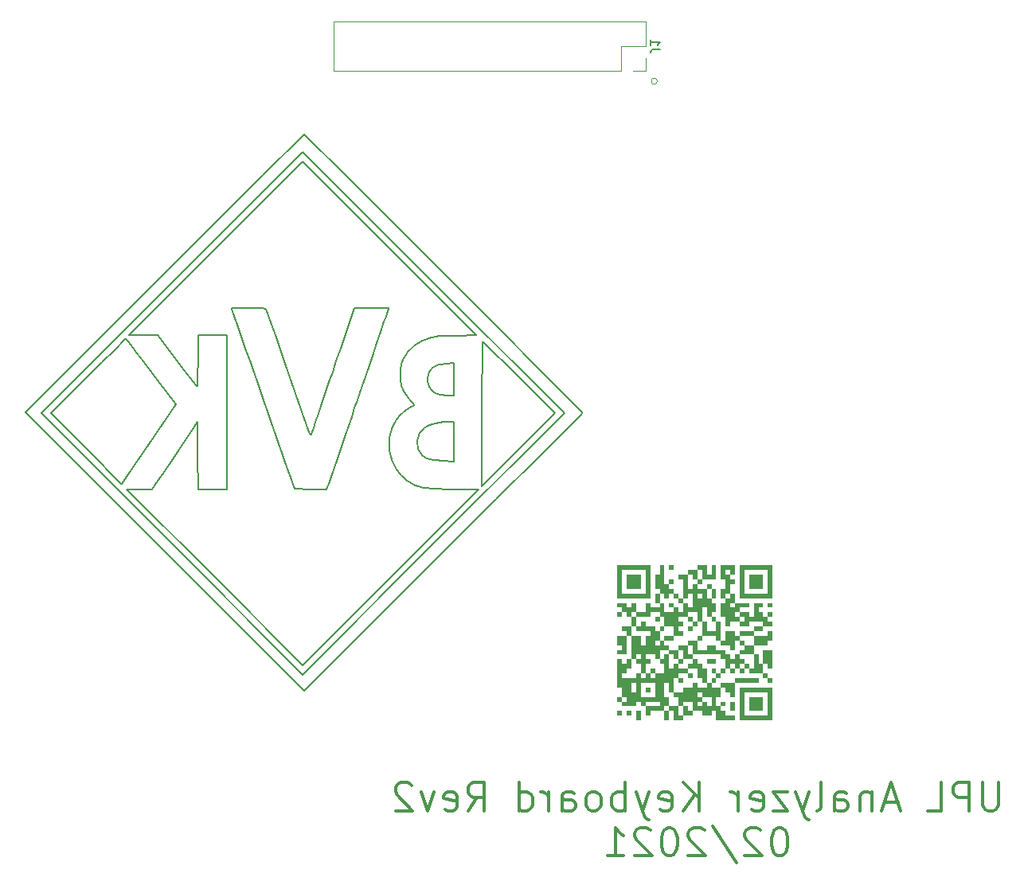
<source format=gbr>
%TF.GenerationSoftware,KiCad,Pcbnew,(5.1.8)-1*%
%TF.CreationDate,2021-02-13T16:04:11+01:00*%
%TF.ProjectId,UPL_Keyboard,55504c5f-4b65-4796-926f-6172642e6b69,2*%
%TF.SameCoordinates,Original*%
%TF.FileFunction,Legend,Bot*%
%TF.FilePolarity,Positive*%
%FSLAX46Y46*%
G04 Gerber Fmt 4.6, Leading zero omitted, Abs format (unit mm)*
G04 Created by KiCad (PCBNEW (5.1.8)-1) date 2021-02-13 16:04:11*
%MOMM*%
%LPD*%
G01*
G04 APERTURE LIST*
%ADD10C,0.300000*%
%ADD11C,0.200000*%
%ADD12C,0.120000*%
%ADD13C,0.100000*%
%ADD14C,0.150000*%
G04 APERTURE END LIST*
D10*
X354300000Y-176757142D02*
X354300000Y-179185714D01*
X354157142Y-179471428D01*
X354014285Y-179614285D01*
X353728571Y-179757142D01*
X353157142Y-179757142D01*
X352871428Y-179614285D01*
X352728571Y-179471428D01*
X352585714Y-179185714D01*
X352585714Y-176757142D01*
X351157142Y-179757142D02*
X351157142Y-176757142D01*
X350014285Y-176757142D01*
X349728571Y-176900000D01*
X349585714Y-177042857D01*
X349442857Y-177328571D01*
X349442857Y-177757142D01*
X349585714Y-178042857D01*
X349728571Y-178185714D01*
X350014285Y-178328571D01*
X351157142Y-178328571D01*
X346728571Y-179757142D02*
X348157142Y-179757142D01*
X348157142Y-176757142D01*
X343585714Y-178900000D02*
X342157142Y-178900000D01*
X343871428Y-179757142D02*
X342871428Y-176757142D01*
X341871428Y-179757142D01*
X340871428Y-177757142D02*
X340871428Y-179757142D01*
X340871428Y-178042857D02*
X340728571Y-177900000D01*
X340442857Y-177757142D01*
X340014285Y-177757142D01*
X339728571Y-177900000D01*
X339585714Y-178185714D01*
X339585714Y-179757142D01*
X336871428Y-179757142D02*
X336871428Y-178185714D01*
X337014285Y-177900000D01*
X337300000Y-177757142D01*
X337871428Y-177757142D01*
X338157142Y-177900000D01*
X336871428Y-179614285D02*
X337157142Y-179757142D01*
X337871428Y-179757142D01*
X338157142Y-179614285D01*
X338300000Y-179328571D01*
X338300000Y-179042857D01*
X338157142Y-178757142D01*
X337871428Y-178614285D01*
X337157142Y-178614285D01*
X336871428Y-178471428D01*
X335014285Y-179757142D02*
X335300000Y-179614285D01*
X335442857Y-179328571D01*
X335442857Y-176757142D01*
X334157142Y-177757142D02*
X333442857Y-179757142D01*
X332728571Y-177757142D02*
X333442857Y-179757142D01*
X333728571Y-180471428D01*
X333871428Y-180614285D01*
X334157142Y-180757142D01*
X331871428Y-177757142D02*
X330300000Y-177757142D01*
X331871428Y-179757142D01*
X330300000Y-179757142D01*
X328014285Y-179614285D02*
X328300000Y-179757142D01*
X328871428Y-179757142D01*
X329157142Y-179614285D01*
X329300000Y-179328571D01*
X329300000Y-178185714D01*
X329157142Y-177900000D01*
X328871428Y-177757142D01*
X328300000Y-177757142D01*
X328014285Y-177900000D01*
X327871428Y-178185714D01*
X327871428Y-178471428D01*
X329300000Y-178757142D01*
X326585714Y-179757142D02*
X326585714Y-177757142D01*
X326585714Y-178328571D02*
X326442857Y-178042857D01*
X326300000Y-177900000D01*
X326014285Y-177757142D01*
X325728571Y-177757142D01*
X322442857Y-179757142D02*
X322442857Y-176757142D01*
X320728571Y-179757142D02*
X322014285Y-178042857D01*
X320728571Y-176757142D02*
X322442857Y-178471428D01*
X318300000Y-179614285D02*
X318585714Y-179757142D01*
X319157142Y-179757142D01*
X319442857Y-179614285D01*
X319585714Y-179328571D01*
X319585714Y-178185714D01*
X319442857Y-177900000D01*
X319157142Y-177757142D01*
X318585714Y-177757142D01*
X318300000Y-177900000D01*
X318157142Y-178185714D01*
X318157142Y-178471428D01*
X319585714Y-178757142D01*
X317157142Y-177757142D02*
X316442857Y-179757142D01*
X315728571Y-177757142D02*
X316442857Y-179757142D01*
X316728571Y-180471428D01*
X316871428Y-180614285D01*
X317157142Y-180757142D01*
X314585714Y-179757142D02*
X314585714Y-176757142D01*
X314585714Y-177900000D02*
X314300000Y-177757142D01*
X313728571Y-177757142D01*
X313442857Y-177900000D01*
X313300000Y-178042857D01*
X313157142Y-178328571D01*
X313157142Y-179185714D01*
X313300000Y-179471428D01*
X313442857Y-179614285D01*
X313728571Y-179757142D01*
X314300000Y-179757142D01*
X314585714Y-179614285D01*
X311442857Y-179757142D02*
X311728571Y-179614285D01*
X311871428Y-179471428D01*
X312014285Y-179185714D01*
X312014285Y-178328571D01*
X311871428Y-178042857D01*
X311728571Y-177900000D01*
X311442857Y-177757142D01*
X311014285Y-177757142D01*
X310728571Y-177900000D01*
X310585714Y-178042857D01*
X310442857Y-178328571D01*
X310442857Y-179185714D01*
X310585714Y-179471428D01*
X310728571Y-179614285D01*
X311014285Y-179757142D01*
X311442857Y-179757142D01*
X307871428Y-179757142D02*
X307871428Y-178185714D01*
X308014285Y-177900000D01*
X308300000Y-177757142D01*
X308871428Y-177757142D01*
X309157142Y-177900000D01*
X307871428Y-179614285D02*
X308157142Y-179757142D01*
X308871428Y-179757142D01*
X309157142Y-179614285D01*
X309300000Y-179328571D01*
X309300000Y-179042857D01*
X309157142Y-178757142D01*
X308871428Y-178614285D01*
X308157142Y-178614285D01*
X307871428Y-178471428D01*
X306442857Y-179757142D02*
X306442857Y-177757142D01*
X306442857Y-178328571D02*
X306300000Y-178042857D01*
X306157142Y-177900000D01*
X305871428Y-177757142D01*
X305585714Y-177757142D01*
X303300000Y-179757142D02*
X303300000Y-176757142D01*
X303300000Y-179614285D02*
X303585714Y-179757142D01*
X304157142Y-179757142D01*
X304442857Y-179614285D01*
X304585714Y-179471428D01*
X304728571Y-179185714D01*
X304728571Y-178328571D01*
X304585714Y-178042857D01*
X304442857Y-177900000D01*
X304157142Y-177757142D01*
X303585714Y-177757142D01*
X303300000Y-177900000D01*
X297871428Y-179757142D02*
X298871428Y-178328571D01*
X299585714Y-179757142D02*
X299585714Y-176757142D01*
X298442857Y-176757142D01*
X298157142Y-176900000D01*
X298014285Y-177042857D01*
X297871428Y-177328571D01*
X297871428Y-177757142D01*
X298014285Y-178042857D01*
X298157142Y-178185714D01*
X298442857Y-178328571D01*
X299585714Y-178328571D01*
X295442857Y-179614285D02*
X295728571Y-179757142D01*
X296300000Y-179757142D01*
X296585714Y-179614285D01*
X296728571Y-179328571D01*
X296728571Y-178185714D01*
X296585714Y-177900000D01*
X296300000Y-177757142D01*
X295728571Y-177757142D01*
X295442857Y-177900000D01*
X295300000Y-178185714D01*
X295300000Y-178471428D01*
X296728571Y-178757142D01*
X294300000Y-177757142D02*
X293585714Y-179757142D01*
X292871428Y-177757142D01*
X291871428Y-177042857D02*
X291728571Y-176900000D01*
X291442857Y-176757142D01*
X290728571Y-176757142D01*
X290442857Y-176900000D01*
X290300000Y-177042857D01*
X290157142Y-177328571D01*
X290157142Y-177614285D01*
X290300000Y-178042857D01*
X292014285Y-179757142D01*
X290157142Y-179757142D01*
X331157142Y-181557142D02*
X330871428Y-181557142D01*
X330585714Y-181700000D01*
X330442857Y-181842857D01*
X330300000Y-182128571D01*
X330157142Y-182700000D01*
X330157142Y-183414285D01*
X330300000Y-183985714D01*
X330442857Y-184271428D01*
X330585714Y-184414285D01*
X330871428Y-184557142D01*
X331157142Y-184557142D01*
X331442857Y-184414285D01*
X331585714Y-184271428D01*
X331728571Y-183985714D01*
X331871428Y-183414285D01*
X331871428Y-182700000D01*
X331728571Y-182128571D01*
X331585714Y-181842857D01*
X331442857Y-181700000D01*
X331157142Y-181557142D01*
X329014285Y-181842857D02*
X328871428Y-181700000D01*
X328585714Y-181557142D01*
X327871428Y-181557142D01*
X327585714Y-181700000D01*
X327442857Y-181842857D01*
X327300000Y-182128571D01*
X327300000Y-182414285D01*
X327442857Y-182842857D01*
X329157142Y-184557142D01*
X327300000Y-184557142D01*
X323871428Y-181414285D02*
X326442857Y-185271428D01*
X323014285Y-181842857D02*
X322871428Y-181700000D01*
X322585714Y-181557142D01*
X321871428Y-181557142D01*
X321585714Y-181700000D01*
X321442857Y-181842857D01*
X321300000Y-182128571D01*
X321300000Y-182414285D01*
X321442857Y-182842857D01*
X323157142Y-184557142D01*
X321300000Y-184557142D01*
X319442857Y-181557142D02*
X319157142Y-181557142D01*
X318871428Y-181700000D01*
X318728571Y-181842857D01*
X318585714Y-182128571D01*
X318442857Y-182700000D01*
X318442857Y-183414285D01*
X318585714Y-183985714D01*
X318728571Y-184271428D01*
X318871428Y-184414285D01*
X319157142Y-184557142D01*
X319442857Y-184557142D01*
X319728571Y-184414285D01*
X319871428Y-184271428D01*
X320014285Y-183985714D01*
X320157142Y-183414285D01*
X320157142Y-182700000D01*
X320014285Y-182128571D01*
X319871428Y-181842857D01*
X319728571Y-181700000D01*
X319442857Y-181557142D01*
X317300000Y-181842857D02*
X317157142Y-181700000D01*
X316871428Y-181557142D01*
X316157142Y-181557142D01*
X315871428Y-181700000D01*
X315728571Y-181842857D01*
X315585714Y-182128571D01*
X315585714Y-182414285D01*
X315728571Y-182842857D01*
X317442857Y-184557142D01*
X315585714Y-184557142D01*
X312728571Y-184557142D02*
X314442857Y-184557142D01*
X313585714Y-184557142D02*
X313585714Y-181557142D01*
X313871428Y-181985714D01*
X314157142Y-182271428D01*
X314442857Y-182414285D01*
D11*
X294213693Y-123571987D02*
X280313873Y-109671897D01*
X293973000Y-129418601D02*
G75*
G03*
X293010742Y-129761924I1223625J-4949698D01*
G01*
X266413873Y-123571897D02*
X252513873Y-137471897D01*
X280313514Y-165272077D02*
X294213514Y-151372077D01*
X276080764Y-112119500D02*
X280428401Y-107786571D01*
X284842967Y-112115844D02*
X289627551Y-116889359D01*
X310051162Y-137446721D02*
G75*
G03*
X310035852Y-137375007I-63555J23923D01*
G01*
X280313873Y-109671897D02*
X266413873Y-123571897D01*
X305682463Y-141844176D02*
X300902253Y-146621582D01*
X290758736Y-134341885D02*
G75*
G03*
X290835888Y-134639916I1688521J278114D01*
G01*
X291863694Y-136771487D02*
G75*
G03*
X291434150Y-137030911I1520875J-3003529D01*
G01*
X292126254Y-136629684D02*
G75*
G03*
X292153819Y-136609983I-89014J153684D01*
G01*
X295231610Y-152277000D02*
X280449526Y-167007736D01*
X289577818Y-139815904D02*
G75*
G03*
X289567155Y-141648162I4836485J-944304D01*
G01*
X290264689Y-138174337D02*
G75*
G03*
X289577817Y-139815904I3634729J-2485345D01*
G01*
X290714575Y-133371987D02*
X290723577Y-133979991D01*
X290578380Y-137781709D02*
G75*
G03*
X290264689Y-138174337I2478917J-2302154D01*
G01*
X289627551Y-116889359D02*
X295301289Y-122559582D01*
X280463694Y-107771987D02*
G75*
G03*
X280428401Y-107786571I0J-49997D01*
G01*
X265613651Y-122572030D02*
X271292162Y-116897034D01*
X300902253Y-146621582D02*
X295231610Y-152277000D01*
X290987152Y-137384341D02*
G75*
G03*
X290578379Y-137781708I3680134J-4194713D01*
G01*
X291899970Y-136266380D02*
X292043473Y-136437060D01*
X291479912Y-130955906D02*
G75*
G03*
X290982581Y-131750181I2979888J-2418682D01*
G01*
X265631694Y-152189904D02*
X250813862Y-137372072D01*
X308113514Y-137472077D02*
X294213693Y-123571987D01*
X290837656Y-132103429D02*
G75*
G03*
X290760385Y-132402682I1639571J-582961D01*
G01*
X280449526Y-167007736D02*
X265631694Y-152189904D01*
X291434149Y-137030911D02*
G75*
G03*
X290987152Y-137384342I3230712J-4545384D01*
G01*
X291962367Y-136720457D02*
X291863693Y-136771487D01*
X292052043Y-136671827D02*
X291962367Y-136720457D01*
X292126254Y-136629684D02*
X292052043Y-136671827D01*
X290723577Y-133979990D02*
G75*
G03*
X290758735Y-134341884I2738857J83423D01*
G01*
X250813862Y-137372072D02*
X265613651Y-122572030D01*
X252513873Y-137471897D02*
X266413693Y-151371987D01*
X292153819Y-136609983D02*
G75*
G03*
X292156679Y-136581826I-13576J15603D01*
G01*
X292043473Y-136437060D02*
X292156679Y-136581826D01*
X291521496Y-135835533D02*
G75*
G03*
X291721825Y-136070335I2668328J2073720D01*
G01*
X294976721Y-129285305D02*
X294374274Y-129345287D01*
X296699069Y-129201678D02*
X295747048Y-129236944D01*
X280498986Y-107786570D02*
G75*
G03*
X280463693Y-107771987I-35292J-35414D01*
G01*
X290981699Y-134993794D02*
G75*
G03*
X291118261Y-135249225I2490684J1167383D01*
G01*
X290760385Y-132402682D02*
G75*
G03*
X290724641Y-132765976I2743013J-453288D01*
G01*
X310005028Y-137518300D02*
G75*
G03*
X310051162Y-137446720I-142817J142702D01*
G01*
X266413693Y-151371987D02*
X280313514Y-165272077D01*
X310005028Y-137518301D02*
X305682463Y-141844176D01*
X271292162Y-116897034D02*
X276080764Y-112119500D01*
X292166559Y-130282579D02*
G75*
G03*
X291479913Y-130955906I2613374J-3351847D01*
G01*
X290982581Y-131750181D02*
G75*
G03*
X290837656Y-132103429I3626999J-1694379D01*
G01*
X300968698Y-128236937D02*
X305733842Y-133032562D01*
X291721825Y-136070335D02*
X291899970Y-136266380D01*
X291309663Y-135545898D02*
X291521495Y-135835534D01*
X291118261Y-135249225D02*
X291309663Y-135545898D01*
X295747048Y-129236944D02*
X294976721Y-129285305D01*
X305733842Y-133032562D02*
X310035852Y-137375007D01*
X294374274Y-129345287D02*
G75*
G03*
X293973000Y-129418601I393281J-3287381D01*
G01*
X298784445Y-129143143D02*
X296699069Y-129201678D01*
X290724641Y-132765976D02*
X290714575Y-133371987D01*
X294213514Y-151372077D02*
X308113514Y-137472077D01*
X280498986Y-107786571D02*
X284842967Y-112115844D01*
X290835888Y-134639915D02*
G75*
G03*
X290981699Y-134993794I3798667J1358214D01*
G01*
X293010742Y-129761924D02*
G75*
G03*
X292166558Y-130282579I1944072J-4096798D01*
G01*
X289549271Y-119907565D02*
X298784445Y-129143143D01*
X295301289Y-122559582D02*
X300968698Y-128236937D01*
X299363693Y-145221665D02*
X299363693Y-137546826D01*
X293735143Y-134593107D02*
G75*
G03*
X293980329Y-134983865I1485708J659923D01*
G01*
X299369118Y-134603905D02*
X299385870Y-132126471D01*
X294318266Y-135274814D02*
G75*
G03*
X294547721Y-135391931I830494J1343766D01*
G01*
X299439187Y-129871987D02*
G75*
G03*
X299408168Y-129902691I0J-31021D01*
G01*
X295575429Y-132197438D02*
X296363693Y-132143409D01*
X296363693Y-135597068D02*
X295530970Y-135553361D01*
X299491511Y-129893348D02*
X300608513Y-130988286D01*
X295238693Y-142541185D02*
X294373741Y-142475732D01*
X296363693Y-140477769D02*
X296363693Y-142601708D01*
X293814532Y-142379455D02*
G75*
G03*
X294373741Y-142475732I936161J3765331D01*
G01*
X294721059Y-138500000D02*
G75*
G03*
X294153731Y-138615027I637103J-4598837D01*
G01*
X295575429Y-132197438D02*
G75*
G03*
X294721207Y-132329163I349866J-5104463D01*
G01*
X299385870Y-132126471D02*
X299408168Y-129902691D01*
X294721207Y-132329163D02*
G75*
G03*
X294138806Y-132600371I383835J-1585193D01*
G01*
X295530970Y-135553361D02*
X295099334Y-135520312D01*
X293685349Y-138779817D02*
G75*
G03*
X293266103Y-139008523I1129132J-2568460D01*
G01*
X295447702Y-138422505D02*
X296363693Y-138353830D01*
X293053202Y-141997813D02*
G75*
G03*
X293406120Y-142229227I1143183J1358598D01*
G01*
X294721059Y-138499999D02*
X295447702Y-138422505D01*
X293266103Y-139008523D02*
G75*
G03*
X292711973Y-139620440I919614J-1389628D01*
G01*
X294138806Y-132600371D02*
G75*
G03*
X293778041Y-133034094I694744J-944781D01*
G01*
X294792569Y-135469834D02*
G75*
G03*
X295099334Y-135520312I555454J2418262D01*
G01*
X292469563Y-140468761D02*
G75*
G03*
X292590251Y-141334926I2096772J-149334D01*
G01*
X294547721Y-135391930D02*
G75*
G03*
X294792568Y-135469834I594822J1445766D01*
G01*
X300608513Y-130988286D02*
X301851769Y-132215116D01*
X299491512Y-129893347D02*
G75*
G03*
X299439187Y-129871987I-52325J-53408D01*
G01*
X307113039Y-137472320D02*
X303238366Y-141346992D01*
X294153731Y-138615027D02*
G75*
G03*
X293685349Y-138779818I849595J-3162821D01*
G01*
X296363693Y-142601708D02*
X295238693Y-142541185D01*
X293603496Y-134136121D02*
G75*
G03*
X293735144Y-134593107I1716851J247131D01*
G01*
X293980329Y-134983864D02*
G75*
G03*
X294318266Y-135274813I1086474J920208D01*
G01*
X299363693Y-137546826D02*
X299369118Y-134603905D01*
X296363693Y-133870238D02*
X296363693Y-135597068D01*
X293406120Y-142229228D02*
G75*
G03*
X293814532Y-142379455I891947J1794600D01*
G01*
X296363693Y-132143409D02*
X296363693Y-133870238D01*
X303238366Y-141346992D02*
X299363693Y-145221665D01*
X293597425Y-133651959D02*
G75*
G03*
X293603496Y-134136121I1848596J-218939D01*
G01*
X292711973Y-139620440D02*
G75*
G03*
X292469563Y-140468761I1896189J-1000636D01*
G01*
X293778041Y-133034094D02*
G75*
G03*
X293597425Y-133651959I1747827J-846262D01*
G01*
X296363693Y-138353830D02*
X296363693Y-140477769D01*
X292590251Y-141334926D02*
G75*
G03*
X293053201Y-141997814I1469186J532953D01*
G01*
X301851769Y-132215116D02*
X303313860Y-133672154D01*
X264132691Y-132984856D02*
X264907265Y-134008217D01*
X262286773Y-130546987D02*
X262689906Y-131079165D01*
X289459472Y-126331920D02*
G75*
G03*
X289463693Y-126305983I-77574J25937D01*
G01*
X278443903Y-142728237D02*
X278761518Y-143639406D01*
X276563412Y-137326931D02*
X276984812Y-138536675D01*
X288338489Y-126274679D02*
X287638693Y-126272390D01*
X258704785Y-142659656D02*
X257263681Y-141221975D01*
X264907265Y-134008217D02*
X266788903Y-136494447D01*
X287283835Y-132664469D02*
X287744464Y-131321987D01*
X261998672Y-130173243D02*
X262286773Y-130546987D01*
X303313860Y-133672154D02*
X307113039Y-137472320D01*
X261745103Y-129858394D02*
X261998672Y-130173243D01*
X288187476Y-130031506D02*
X288610938Y-128800255D01*
X283067629Y-144972661D02*
X283398090Y-144015376D01*
X261522552Y-129591639D02*
X261745103Y-129858394D01*
X287638693Y-126272390D02*
X285813693Y-126272793D01*
X289463693Y-126305983D02*
G75*
G03*
X289450048Y-126292066I-13920J0D01*
G01*
X281128423Y-145549293D02*
X282837520Y-145576598D01*
X289272020Y-126886980D02*
X289372390Y-126591725D01*
X287744464Y-131321987D02*
X288187476Y-130031506D01*
X278761518Y-143639406D02*
X278982378Y-144271987D01*
X261522553Y-129591639D02*
G75*
G03*
X261480331Y-129571987I-42222J-35530D01*
G01*
X257463706Y-133521975D02*
X258982705Y-132007474D01*
X288970517Y-127756713D02*
X289152872Y-127230983D01*
X277762858Y-140771987D02*
X278094507Y-141725063D01*
X263361320Y-131965911D02*
X264132691Y-132984856D01*
X260272568Y-130732296D02*
X261433383Y-129591194D01*
X288610938Y-128800255D02*
X288970517Y-127756713D01*
X261480331Y-129571988D02*
G75*
G03*
X261433383Y-129591194I0J-66984D01*
G01*
X258982705Y-132007474D02*
X260272568Y-130732296D01*
X263951298Y-140730778D02*
X262859647Y-142355285D01*
X289152872Y-127230983D02*
X289272020Y-126886980D01*
X285164675Y-138839535D02*
X285506614Y-137839487D01*
X276984812Y-138536675D02*
X277407666Y-139751172D01*
X278094507Y-141725063D02*
X278443903Y-142728237D01*
X277407666Y-139751172D02*
X277762858Y-140771987D01*
X261027991Y-144956097D02*
X259926255Y-143869705D01*
X261063194Y-144969548D02*
G75*
G03*
X261095316Y-144951566I-1993J41241D01*
G01*
X285506614Y-137839487D02*
X285836284Y-136877274D01*
X276213124Y-136321987D02*
X276563412Y-137326931D01*
X289450048Y-126292066D02*
X288927600Y-126282092D01*
X253514668Y-137471962D02*
X257463706Y-133521975D01*
X285813693Y-126272793D02*
X284780460Y-129297390D01*
X279419327Y-145521987D02*
X281128423Y-145549293D01*
X275862885Y-135317044D02*
X276213124Y-136321987D01*
X286807431Y-134051987D02*
X287283835Y-132664469D01*
X289372390Y-126591725D02*
X289459472Y-126331920D01*
X259926255Y-143869705D02*
X258704785Y-142659656D01*
X261027991Y-144956096D02*
G75*
G03*
X261063193Y-144969548I32939J33412D01*
G01*
X286095857Y-136121987D02*
X286380658Y-135294158D01*
X286380658Y-135294158D02*
X286807431Y-134051987D01*
X282946740Y-145299293D02*
X283067629Y-144972661D01*
X285836284Y-136877274D02*
X286095857Y-136121987D01*
X261932406Y-143723403D02*
X261095316Y-144951566D01*
X262689906Y-131079165D02*
X263361320Y-131965911D01*
X282837520Y-145576598D02*
X282946740Y-145299293D01*
X288927600Y-126282092D02*
X288338489Y-126274679D01*
X278982378Y-144271987D02*
X279419327Y-145521987D01*
X283913467Y-142510099D02*
X284863693Y-139721987D01*
X283398090Y-144015376D02*
X283913467Y-142510099D01*
X257263681Y-141221975D02*
X253514668Y-137471962D01*
X284863693Y-139721987D02*
X285164675Y-138839535D01*
X262859647Y-142355285D02*
X261932406Y-143723403D01*
X266788903Y-136494447D02*
X263951298Y-140730778D01*
X272263693Y-137371987D02*
X272263693Y-129171987D01*
X272263693Y-129171987D02*
X270713693Y-129171987D01*
X284780460Y-129297390D02*
X284344460Y-130572706D01*
X281244236Y-139656966D02*
X281208124Y-139761300D01*
X282602951Y-135654175D02*
X282256908Y-136670323D01*
X275441640Y-134107300D02*
X275862885Y-135317044D01*
X269158791Y-133366961D02*
X269138528Y-134118886D01*
X275019012Y-132892802D02*
X275441640Y-134107300D01*
X274664088Y-131871987D02*
X275019012Y-132892802D01*
X274323836Y-130893778D02*
X274664088Y-131871987D01*
X273947607Y-129813932D02*
X274323836Y-130893778D01*
X273592268Y-128795497D02*
X273947607Y-129813932D01*
X273322954Y-128025416D02*
X273592268Y-128795497D01*
X276881505Y-127778938D02*
X276489642Y-126656936D01*
X273108590Y-127407785D02*
X273322954Y-128025416D01*
X272927976Y-126874799D02*
X273108590Y-127407785D01*
X263388291Y-129154924D02*
X261862889Y-129121987D01*
X280445242Y-138030531D02*
X278513259Y-132471987D01*
X268952063Y-134498845D02*
G75*
G03*
X269038693Y-134589728I484892J375473D01*
G01*
X272773204Y-126409378D02*
X272927976Y-126874799D01*
X281102120Y-139767168D02*
G75*
G03*
X281208124Y-139761300I51781J24993D01*
G01*
X272763694Y-126350416D02*
G75*
G03*
X272773204Y-126409378I187535J0D01*
G01*
X268952063Y-134498845D02*
X268362912Y-133736616D01*
X272793918Y-126318599D02*
G75*
G03*
X272763693Y-126350416I1634J-31817D01*
G01*
X281681613Y-138367692D02*
X281446628Y-139060723D01*
X269166188Y-145571987D02*
X270714941Y-145571987D01*
X273289301Y-126295026D02*
X272793918Y-126318600D01*
X273866898Y-126277625D02*
X273289301Y-126295026D01*
X274552995Y-126271987D02*
X273866898Y-126277625D01*
X269113693Y-138384565D02*
X269139941Y-141978276D01*
X269163693Y-129171987D02*
X269163693Y-131934232D01*
X275606437Y-126276841D02*
X274552995Y-126271987D01*
X276063030Y-126300399D02*
X275606437Y-126276841D01*
X282256908Y-136670323D02*
X281951050Y-137571987D01*
X281446628Y-139060723D02*
X281244236Y-139656966D01*
X281951050Y-137571987D02*
X281681613Y-138367692D01*
X268362912Y-133736616D02*
X267689299Y-132857906D01*
X276411475Y-126446987D02*
G75*
G03*
X276306402Y-126349352I-154738J-61170D01*
G01*
X276489642Y-126656936D02*
X276411474Y-126446987D01*
X282935582Y-134680553D02*
X282602951Y-135654175D01*
X266963693Y-141592129D02*
X269113693Y-138384565D01*
X280884883Y-139256062D02*
X280445242Y-138030531D01*
X272263693Y-145571987D02*
X272263693Y-137371987D01*
X271088493Y-119896987D02*
X280314098Y-110671986D01*
X283196032Y-133921987D02*
X282935582Y-134680553D01*
X277463484Y-129450356D02*
X276881505Y-127778938D01*
X278513259Y-132471987D02*
X277463484Y-129450356D01*
X283477255Y-133103973D02*
X283196032Y-133921987D01*
X284344460Y-130572706D02*
X283888825Y-131903512D01*
X280314098Y-110671986D02*
X289549271Y-119907565D01*
X270713693Y-129171987D02*
X269163693Y-129171987D01*
X270714941Y-145571987D02*
X272263693Y-145571987D01*
X269139941Y-141978276D02*
X269166188Y-145571987D01*
X266913693Y-131835420D02*
X264913693Y-129187860D01*
X280884882Y-139256062D02*
G75*
G03*
X281102121Y-139767168I5452535J2015803D01*
G01*
X261862889Y-129121987D02*
X271088493Y-119896987D01*
X269138528Y-134118886D02*
X269105855Y-134562744D01*
X269163693Y-131934232D02*
X269158791Y-133366961D01*
X264913693Y-129187860D02*
X263388291Y-129154924D01*
X267689299Y-132857906D02*
X266913693Y-131835420D01*
X266119997Y-142849008D02*
X266963693Y-141592129D01*
X276306402Y-126349353D02*
G75*
G03*
X276063030Y-126300399I-354811J-1134506D01*
G01*
X283888825Y-131903512D02*
X283477255Y-133103973D01*
X269038694Y-134589728D02*
G75*
G03*
X269105855Y-134562744I26523J31058D01*
G01*
X265364290Y-143970902D02*
X266119997Y-142849008D01*
X262938267Y-145571987D02*
X264262439Y-145571987D01*
X261614095Y-145571987D02*
X262938267Y-145571987D01*
X280313293Y-164271989D02*
X270963694Y-154921988D01*
X264725830Y-144915686D02*
X265364290Y-143970902D01*
X264538066Y-145185840D02*
X264725830Y-144915686D01*
X296139215Y-145562590D02*
X298964736Y-145621987D01*
X294051823Y-145494183D02*
X296139215Y-145562590D01*
X264262439Y-145571987D02*
X264538066Y-145185840D01*
X270963694Y-154921988D02*
X261614095Y-145571987D01*
X292972397Y-145369650D02*
G75*
G03*
X294051823Y-145494183I1423231J7595924D01*
G01*
X289639015Y-154946988D02*
X280313293Y-164271989D01*
X290228027Y-143367298D02*
G75*
G03*
X291457453Y-144685374I3903214J2408287D01*
G01*
X291457453Y-144685375D02*
G75*
G03*
X292213835Y-145126868I2718274J3788363D01*
G01*
X298964736Y-145621987D02*
X289639015Y-154946988D01*
X292213835Y-145126868D02*
G75*
G03*
X292972397Y-145369650I1349010J2908479D01*
G01*
X289567155Y-141648162D02*
G75*
G03*
X290228027Y-143367298I4902845J898162D01*
G01*
D12*
%TO.C,J1*%
X318007169Y-102148720D02*
G75*
G03*
X318007169Y-102148720I-321809J0D01*
G01*
X283630000Y-101020000D02*
X283630000Y-95820000D01*
X314170000Y-101020000D02*
X283630000Y-101020000D01*
X316770000Y-95820000D02*
X283630000Y-95820000D01*
X314170000Y-101020000D02*
X314170000Y-98420000D01*
X314170000Y-98420000D02*
X316770000Y-98420000D01*
X316770000Y-98420000D02*
X316770000Y-95820000D01*
X315440000Y-101020000D02*
X316770000Y-101020000D01*
X316770000Y-101020000D02*
X316770000Y-99690000D01*
D13*
%TO.C,QR\u002A\u002A\u002A\u002A\u002A*%
G36*
X329770000Y-154150000D02*
G01*
X329770000Y-153650000D01*
X330270000Y-153650000D01*
X330270000Y-154150000D01*
X329770000Y-154150000D01*
G37*
G36*
X329270000Y-154150000D02*
G01*
X329270000Y-153650000D01*
X329770000Y-153650000D01*
X329770000Y-154150000D01*
X329270000Y-154150000D01*
G37*
G36*
X328770000Y-154150000D02*
G01*
X328770000Y-153650000D01*
X329270000Y-153650000D01*
X329270000Y-154150000D01*
X328770000Y-154150000D01*
G37*
G36*
X328270000Y-154150000D02*
G01*
X328270000Y-153650000D01*
X328770000Y-153650000D01*
X328770000Y-154150000D01*
X328270000Y-154150000D01*
G37*
G36*
X327770000Y-154150000D02*
G01*
X327770000Y-153650000D01*
X328270000Y-153650000D01*
X328270000Y-154150000D01*
X327770000Y-154150000D01*
G37*
G36*
X327270000Y-154150000D02*
G01*
X327270000Y-153650000D01*
X327770000Y-153650000D01*
X327770000Y-154150000D01*
X327270000Y-154150000D01*
G37*
G36*
X326770000Y-154150000D02*
G01*
X326770000Y-153650000D01*
X327270000Y-153650000D01*
X327270000Y-154150000D01*
X326770000Y-154150000D01*
G37*
G36*
X325770000Y-154150000D02*
G01*
X325770000Y-153650000D01*
X326270000Y-153650000D01*
X326270000Y-154150000D01*
X325770000Y-154150000D01*
G37*
G36*
X325270000Y-154150000D02*
G01*
X325270000Y-153650000D01*
X325770000Y-153650000D01*
X325770000Y-154150000D01*
X325270000Y-154150000D01*
G37*
G36*
X324770000Y-154150000D02*
G01*
X324770000Y-153650000D01*
X325270000Y-153650000D01*
X325270000Y-154150000D01*
X324770000Y-154150000D01*
G37*
G36*
X323770000Y-154150000D02*
G01*
X323770000Y-153650000D01*
X324270000Y-153650000D01*
X324270000Y-154150000D01*
X323770000Y-154150000D01*
G37*
G36*
X322770000Y-154150000D02*
G01*
X322770000Y-153650000D01*
X323270000Y-153650000D01*
X323270000Y-154150000D01*
X322770000Y-154150000D01*
G37*
G36*
X322270000Y-154150000D02*
G01*
X322270000Y-153650000D01*
X322770000Y-153650000D01*
X322770000Y-154150000D01*
X322270000Y-154150000D01*
G37*
G36*
X319270000Y-154150000D02*
G01*
X319270000Y-153650000D01*
X319770000Y-153650000D01*
X319770000Y-154150000D01*
X319270000Y-154150000D01*
G37*
G36*
X318270000Y-154150000D02*
G01*
X318270000Y-153650000D01*
X318770000Y-153650000D01*
X318770000Y-154150000D01*
X318270000Y-154150000D01*
G37*
G36*
X316770000Y-154150000D02*
G01*
X316770000Y-153650000D01*
X317270000Y-153650000D01*
X317270000Y-154150000D01*
X316770000Y-154150000D01*
G37*
G36*
X316270000Y-154150000D02*
G01*
X316270000Y-153650000D01*
X316770000Y-153650000D01*
X316770000Y-154150000D01*
X316270000Y-154150000D01*
G37*
G36*
X315770000Y-154150000D02*
G01*
X315770000Y-153650000D01*
X316270000Y-153650000D01*
X316270000Y-154150000D01*
X315770000Y-154150000D01*
G37*
G36*
X315270000Y-154150000D02*
G01*
X315270000Y-153650000D01*
X315770000Y-153650000D01*
X315770000Y-154150000D01*
X315270000Y-154150000D01*
G37*
G36*
X314770000Y-154150000D02*
G01*
X314770000Y-153650000D01*
X315270000Y-153650000D01*
X315270000Y-154150000D01*
X314770000Y-154150000D01*
G37*
G36*
X314270000Y-154150000D02*
G01*
X314270000Y-153650000D01*
X314770000Y-153650000D01*
X314770000Y-154150000D01*
X314270000Y-154150000D01*
G37*
G36*
X313770000Y-154150000D02*
G01*
X313770000Y-153650000D01*
X314270000Y-153650000D01*
X314270000Y-154150000D01*
X313770000Y-154150000D01*
G37*
G36*
X329770000Y-154650000D02*
G01*
X329770000Y-154150000D01*
X330270000Y-154150000D01*
X330270000Y-154650000D01*
X329770000Y-154650000D01*
G37*
G36*
X326770000Y-154650000D02*
G01*
X326770000Y-154150000D01*
X327270000Y-154150000D01*
X327270000Y-154650000D01*
X326770000Y-154650000D01*
G37*
G36*
X325770000Y-154650000D02*
G01*
X325770000Y-154150000D01*
X326270000Y-154150000D01*
X326270000Y-154650000D01*
X325770000Y-154650000D01*
G37*
G36*
X324770000Y-154650000D02*
G01*
X324770000Y-154150000D01*
X325270000Y-154150000D01*
X325270000Y-154650000D01*
X324770000Y-154650000D01*
G37*
G36*
X323770000Y-154650000D02*
G01*
X323770000Y-154150000D01*
X324270000Y-154150000D01*
X324270000Y-154650000D01*
X323770000Y-154650000D01*
G37*
G36*
X322770000Y-154650000D02*
G01*
X322770000Y-154150000D01*
X323270000Y-154150000D01*
X323270000Y-154650000D01*
X322770000Y-154650000D01*
G37*
G36*
X321770000Y-154650000D02*
G01*
X321770000Y-154150000D01*
X322270000Y-154150000D01*
X322270000Y-154650000D01*
X321770000Y-154650000D01*
G37*
G36*
X321270000Y-154650000D02*
G01*
X321270000Y-154150000D01*
X321770000Y-154150000D01*
X321770000Y-154650000D01*
X321270000Y-154650000D01*
G37*
G36*
X318270000Y-154650000D02*
G01*
X318270000Y-154150000D01*
X318770000Y-154150000D01*
X318770000Y-154650000D01*
X318270000Y-154650000D01*
G37*
G36*
X316770000Y-154650000D02*
G01*
X316770000Y-154150000D01*
X317270000Y-154150000D01*
X317270000Y-154650000D01*
X316770000Y-154650000D01*
G37*
G36*
X313770000Y-154650000D02*
G01*
X313770000Y-154150000D01*
X314270000Y-154150000D01*
X314270000Y-154650000D01*
X313770000Y-154650000D01*
G37*
G36*
X329770000Y-155150000D02*
G01*
X329770000Y-154650000D01*
X330270000Y-154650000D01*
X330270000Y-155150000D01*
X329770000Y-155150000D01*
G37*
G36*
X328770000Y-155150000D02*
G01*
X328770000Y-154650000D01*
X329270000Y-154650000D01*
X329270000Y-155150000D01*
X328770000Y-155150000D01*
G37*
G36*
X328270000Y-155150000D02*
G01*
X328270000Y-154650000D01*
X328770000Y-154650000D01*
X328770000Y-155150000D01*
X328270000Y-155150000D01*
G37*
G36*
X327770000Y-155150000D02*
G01*
X327770000Y-154650000D01*
X328270000Y-154650000D01*
X328270000Y-155150000D01*
X327770000Y-155150000D01*
G37*
G36*
X326770000Y-155150000D02*
G01*
X326770000Y-154650000D01*
X327270000Y-154650000D01*
X327270000Y-155150000D01*
X326770000Y-155150000D01*
G37*
G36*
X325270000Y-155150000D02*
G01*
X325270000Y-154650000D01*
X325770000Y-154650000D01*
X325770000Y-155150000D01*
X325270000Y-155150000D01*
G37*
G36*
X324770000Y-155150000D02*
G01*
X324770000Y-154650000D01*
X325270000Y-154650000D01*
X325270000Y-155150000D01*
X324770000Y-155150000D01*
G37*
G36*
X323770000Y-155150000D02*
G01*
X323770000Y-154650000D01*
X324270000Y-154650000D01*
X324270000Y-155150000D01*
X323770000Y-155150000D01*
G37*
G36*
X323270000Y-155150000D02*
G01*
X323270000Y-154650000D01*
X323770000Y-154650000D01*
X323770000Y-155150000D01*
X323270000Y-155150000D01*
G37*
G36*
X322770000Y-155150000D02*
G01*
X322770000Y-154650000D01*
X323270000Y-154650000D01*
X323270000Y-155150000D01*
X322770000Y-155150000D01*
G37*
G36*
X321770000Y-155150000D02*
G01*
X321770000Y-154650000D01*
X322270000Y-154650000D01*
X322270000Y-155150000D01*
X321770000Y-155150000D01*
G37*
G36*
X320770000Y-155150000D02*
G01*
X320770000Y-154650000D01*
X321270000Y-154650000D01*
X321270000Y-155150000D01*
X320770000Y-155150000D01*
G37*
G36*
X320270000Y-155150000D02*
G01*
X320270000Y-154650000D01*
X320770000Y-154650000D01*
X320770000Y-155150000D01*
X320270000Y-155150000D01*
G37*
G36*
X318270000Y-155150000D02*
G01*
X318270000Y-154650000D01*
X318770000Y-154650000D01*
X318770000Y-155150000D01*
X318270000Y-155150000D01*
G37*
G36*
X317770000Y-155150000D02*
G01*
X317770000Y-154650000D01*
X318270000Y-154650000D01*
X318270000Y-155150000D01*
X317770000Y-155150000D01*
G37*
G36*
X316770000Y-155150000D02*
G01*
X316770000Y-154650000D01*
X317270000Y-154650000D01*
X317270000Y-155150000D01*
X316770000Y-155150000D01*
G37*
G36*
X315770000Y-155150000D02*
G01*
X315770000Y-154650000D01*
X316270000Y-154650000D01*
X316270000Y-155150000D01*
X315770000Y-155150000D01*
G37*
G36*
X315270000Y-155150000D02*
G01*
X315270000Y-154650000D01*
X315770000Y-154650000D01*
X315770000Y-155150000D01*
X315270000Y-155150000D01*
G37*
G36*
X314770000Y-155150000D02*
G01*
X314770000Y-154650000D01*
X315270000Y-154650000D01*
X315270000Y-155150000D01*
X314770000Y-155150000D01*
G37*
G36*
X313770000Y-155150000D02*
G01*
X313770000Y-154650000D01*
X314270000Y-154650000D01*
X314270000Y-155150000D01*
X313770000Y-155150000D01*
G37*
G36*
X329770000Y-155650000D02*
G01*
X329770000Y-155150000D01*
X330270000Y-155150000D01*
X330270000Y-155650000D01*
X329770000Y-155650000D01*
G37*
G36*
X328770000Y-155650000D02*
G01*
X328770000Y-155150000D01*
X329270000Y-155150000D01*
X329270000Y-155650000D01*
X328770000Y-155650000D01*
G37*
G36*
X328270000Y-155650000D02*
G01*
X328270000Y-155150000D01*
X328770000Y-155150000D01*
X328770000Y-155650000D01*
X328270000Y-155650000D01*
G37*
G36*
X327770000Y-155650000D02*
G01*
X327770000Y-155150000D01*
X328270000Y-155150000D01*
X328270000Y-155650000D01*
X327770000Y-155650000D01*
G37*
G36*
X326770000Y-155650000D02*
G01*
X326770000Y-155150000D01*
X327270000Y-155150000D01*
X327270000Y-155650000D01*
X326770000Y-155650000D01*
G37*
G36*
X325770000Y-155650000D02*
G01*
X325770000Y-155150000D01*
X326270000Y-155150000D01*
X326270000Y-155650000D01*
X325770000Y-155650000D01*
G37*
G36*
X325270000Y-155650000D02*
G01*
X325270000Y-155150000D01*
X325770000Y-155150000D01*
X325770000Y-155650000D01*
X325270000Y-155650000D01*
G37*
G36*
X322270000Y-155650000D02*
G01*
X322270000Y-155150000D01*
X322770000Y-155150000D01*
X322770000Y-155650000D01*
X322270000Y-155650000D01*
G37*
G36*
X320770000Y-155650000D02*
G01*
X320770000Y-155150000D01*
X321270000Y-155150000D01*
X321270000Y-155650000D01*
X320770000Y-155650000D01*
G37*
G36*
X319270000Y-155650000D02*
G01*
X319270000Y-155150000D01*
X319770000Y-155150000D01*
X319770000Y-155650000D01*
X319270000Y-155650000D01*
G37*
G36*
X318270000Y-155650000D02*
G01*
X318270000Y-155150000D01*
X318770000Y-155150000D01*
X318770000Y-155650000D01*
X318270000Y-155650000D01*
G37*
G36*
X317770000Y-155650000D02*
G01*
X317770000Y-155150000D01*
X318270000Y-155150000D01*
X318270000Y-155650000D01*
X317770000Y-155650000D01*
G37*
G36*
X316770000Y-155650000D02*
G01*
X316770000Y-155150000D01*
X317270000Y-155150000D01*
X317270000Y-155650000D01*
X316770000Y-155650000D01*
G37*
G36*
X315770000Y-155650000D02*
G01*
X315770000Y-155150000D01*
X316270000Y-155150000D01*
X316270000Y-155650000D01*
X315770000Y-155650000D01*
G37*
G36*
X315270000Y-155650000D02*
G01*
X315270000Y-155150000D01*
X315770000Y-155150000D01*
X315770000Y-155650000D01*
X315270000Y-155650000D01*
G37*
G36*
X314770000Y-155650000D02*
G01*
X314770000Y-155150000D01*
X315270000Y-155150000D01*
X315270000Y-155650000D01*
X314770000Y-155650000D01*
G37*
G36*
X313770000Y-155650000D02*
G01*
X313770000Y-155150000D01*
X314270000Y-155150000D01*
X314270000Y-155650000D01*
X313770000Y-155650000D01*
G37*
G36*
X329770000Y-156150000D02*
G01*
X329770000Y-155650000D01*
X330270000Y-155650000D01*
X330270000Y-156150000D01*
X329770000Y-156150000D01*
G37*
G36*
X328770000Y-156150000D02*
G01*
X328770000Y-155650000D01*
X329270000Y-155650000D01*
X329270000Y-156150000D01*
X328770000Y-156150000D01*
G37*
G36*
X328270000Y-156150000D02*
G01*
X328270000Y-155650000D01*
X328770000Y-155650000D01*
X328770000Y-156150000D01*
X328270000Y-156150000D01*
G37*
G36*
X327770000Y-156150000D02*
G01*
X327770000Y-155650000D01*
X328270000Y-155650000D01*
X328270000Y-156150000D01*
X327770000Y-156150000D01*
G37*
G36*
X326770000Y-156150000D02*
G01*
X326770000Y-155650000D01*
X327270000Y-155650000D01*
X327270000Y-156150000D01*
X326770000Y-156150000D01*
G37*
G36*
X325270000Y-156150000D02*
G01*
X325270000Y-155650000D01*
X325770000Y-155650000D01*
X325770000Y-156150000D01*
X325270000Y-156150000D01*
G37*
G36*
X323270000Y-156150000D02*
G01*
X323270000Y-155650000D01*
X323770000Y-155650000D01*
X323770000Y-156150000D01*
X323270000Y-156150000D01*
G37*
G36*
X321770000Y-156150000D02*
G01*
X321770000Y-155650000D01*
X322270000Y-155650000D01*
X322270000Y-156150000D01*
X321770000Y-156150000D01*
G37*
G36*
X320770000Y-156150000D02*
G01*
X320770000Y-155650000D01*
X321270000Y-155650000D01*
X321270000Y-156150000D01*
X320770000Y-156150000D01*
G37*
G36*
X318770000Y-156150000D02*
G01*
X318770000Y-155650000D01*
X319270000Y-155650000D01*
X319270000Y-156150000D01*
X318770000Y-156150000D01*
G37*
G36*
X318270000Y-156150000D02*
G01*
X318270000Y-155650000D01*
X318770000Y-155650000D01*
X318770000Y-156150000D01*
X318270000Y-156150000D01*
G37*
G36*
X317770000Y-156150000D02*
G01*
X317770000Y-155650000D01*
X318270000Y-155650000D01*
X318270000Y-156150000D01*
X317770000Y-156150000D01*
G37*
G36*
X316770000Y-156150000D02*
G01*
X316770000Y-155650000D01*
X317270000Y-155650000D01*
X317270000Y-156150000D01*
X316770000Y-156150000D01*
G37*
G36*
X315770000Y-156150000D02*
G01*
X315770000Y-155650000D01*
X316270000Y-155650000D01*
X316270000Y-156150000D01*
X315770000Y-156150000D01*
G37*
G36*
X315270000Y-156150000D02*
G01*
X315270000Y-155650000D01*
X315770000Y-155650000D01*
X315770000Y-156150000D01*
X315270000Y-156150000D01*
G37*
G36*
X314770000Y-156150000D02*
G01*
X314770000Y-155650000D01*
X315270000Y-155650000D01*
X315270000Y-156150000D01*
X314770000Y-156150000D01*
G37*
G36*
X313770000Y-156150000D02*
G01*
X313770000Y-155650000D01*
X314270000Y-155650000D01*
X314270000Y-156150000D01*
X313770000Y-156150000D01*
G37*
G36*
X329770000Y-156650000D02*
G01*
X329770000Y-156150000D01*
X330270000Y-156150000D01*
X330270000Y-156650000D01*
X329770000Y-156650000D01*
G37*
G36*
X326770000Y-156650000D02*
G01*
X326770000Y-156150000D01*
X327270000Y-156150000D01*
X327270000Y-156650000D01*
X326770000Y-156650000D01*
G37*
G36*
X325270000Y-156650000D02*
G01*
X325270000Y-156150000D01*
X325770000Y-156150000D01*
X325770000Y-156650000D01*
X325270000Y-156650000D01*
G37*
G36*
X324770000Y-156650000D02*
G01*
X324770000Y-156150000D01*
X325270000Y-156150000D01*
X325270000Y-156650000D01*
X324770000Y-156650000D01*
G37*
G36*
X323770000Y-156650000D02*
G01*
X323770000Y-156150000D01*
X324270000Y-156150000D01*
X324270000Y-156650000D01*
X323770000Y-156650000D01*
G37*
G36*
X322770000Y-156650000D02*
G01*
X322770000Y-156150000D01*
X323270000Y-156150000D01*
X323270000Y-156650000D01*
X322770000Y-156650000D01*
G37*
G36*
X322270000Y-156650000D02*
G01*
X322270000Y-156150000D01*
X322770000Y-156150000D01*
X322770000Y-156650000D01*
X322270000Y-156650000D01*
G37*
G36*
X321770000Y-156650000D02*
G01*
X321770000Y-156150000D01*
X322270000Y-156150000D01*
X322270000Y-156650000D01*
X321770000Y-156650000D01*
G37*
G36*
X321270000Y-156650000D02*
G01*
X321270000Y-156150000D01*
X321770000Y-156150000D01*
X321770000Y-156650000D01*
X321270000Y-156650000D01*
G37*
G36*
X320770000Y-156650000D02*
G01*
X320770000Y-156150000D01*
X321270000Y-156150000D01*
X321270000Y-156650000D01*
X320770000Y-156650000D01*
G37*
G36*
X319270000Y-156650000D02*
G01*
X319270000Y-156150000D01*
X319770000Y-156150000D01*
X319770000Y-156650000D01*
X319270000Y-156650000D01*
G37*
G36*
X318770000Y-156650000D02*
G01*
X318770000Y-156150000D01*
X319270000Y-156150000D01*
X319270000Y-156650000D01*
X318770000Y-156650000D01*
G37*
G36*
X318270000Y-156650000D02*
G01*
X318270000Y-156150000D01*
X318770000Y-156150000D01*
X318770000Y-156650000D01*
X318270000Y-156650000D01*
G37*
G36*
X316770000Y-156650000D02*
G01*
X316770000Y-156150000D01*
X317270000Y-156150000D01*
X317270000Y-156650000D01*
X316770000Y-156650000D01*
G37*
G36*
X313770000Y-156650000D02*
G01*
X313770000Y-156150000D01*
X314270000Y-156150000D01*
X314270000Y-156650000D01*
X313770000Y-156650000D01*
G37*
G36*
X329770000Y-157150000D02*
G01*
X329770000Y-156650000D01*
X330270000Y-156650000D01*
X330270000Y-157150000D01*
X329770000Y-157150000D01*
G37*
G36*
X329270000Y-157150000D02*
G01*
X329270000Y-156650000D01*
X329770000Y-156650000D01*
X329770000Y-157150000D01*
X329270000Y-157150000D01*
G37*
G36*
X328770000Y-157150000D02*
G01*
X328770000Y-156650000D01*
X329270000Y-156650000D01*
X329270000Y-157150000D01*
X328770000Y-157150000D01*
G37*
G36*
X328270000Y-157150000D02*
G01*
X328270000Y-156650000D01*
X328770000Y-156650000D01*
X328770000Y-157150000D01*
X328270000Y-157150000D01*
G37*
G36*
X327770000Y-157150000D02*
G01*
X327770000Y-156650000D01*
X328270000Y-156650000D01*
X328270000Y-157150000D01*
X327770000Y-157150000D01*
G37*
G36*
X327270000Y-157150000D02*
G01*
X327270000Y-156650000D01*
X327770000Y-156650000D01*
X327770000Y-157150000D01*
X327270000Y-157150000D01*
G37*
G36*
X326770000Y-157150000D02*
G01*
X326770000Y-156650000D01*
X327270000Y-156650000D01*
X327270000Y-157150000D01*
X326770000Y-157150000D01*
G37*
G36*
X325770000Y-157150000D02*
G01*
X325770000Y-156650000D01*
X326270000Y-156650000D01*
X326270000Y-157150000D01*
X325770000Y-157150000D01*
G37*
G36*
X324770000Y-157150000D02*
G01*
X324770000Y-156650000D01*
X325270000Y-156650000D01*
X325270000Y-157150000D01*
X324770000Y-157150000D01*
G37*
G36*
X323770000Y-157150000D02*
G01*
X323770000Y-156650000D01*
X324270000Y-156650000D01*
X324270000Y-157150000D01*
X323770000Y-157150000D01*
G37*
G36*
X322770000Y-157150000D02*
G01*
X322770000Y-156650000D01*
X323270000Y-156650000D01*
X323270000Y-157150000D01*
X322770000Y-157150000D01*
G37*
G36*
X321770000Y-157150000D02*
G01*
X321770000Y-156650000D01*
X322270000Y-156650000D01*
X322270000Y-157150000D01*
X321770000Y-157150000D01*
G37*
G36*
X320770000Y-157150000D02*
G01*
X320770000Y-156650000D01*
X321270000Y-156650000D01*
X321270000Y-157150000D01*
X320770000Y-157150000D01*
G37*
G36*
X319770000Y-157150000D02*
G01*
X319770000Y-156650000D01*
X320270000Y-156650000D01*
X320270000Y-157150000D01*
X319770000Y-157150000D01*
G37*
G36*
X318770000Y-157150000D02*
G01*
X318770000Y-156650000D01*
X319270000Y-156650000D01*
X319270000Y-157150000D01*
X318770000Y-157150000D01*
G37*
G36*
X317770000Y-157150000D02*
G01*
X317770000Y-156650000D01*
X318270000Y-156650000D01*
X318270000Y-157150000D01*
X317770000Y-157150000D01*
G37*
G36*
X316770000Y-157150000D02*
G01*
X316770000Y-156650000D01*
X317270000Y-156650000D01*
X317270000Y-157150000D01*
X316770000Y-157150000D01*
G37*
G36*
X316270000Y-157150000D02*
G01*
X316270000Y-156650000D01*
X316770000Y-156650000D01*
X316770000Y-157150000D01*
X316270000Y-157150000D01*
G37*
G36*
X315770000Y-157150000D02*
G01*
X315770000Y-156650000D01*
X316270000Y-156650000D01*
X316270000Y-157150000D01*
X315770000Y-157150000D01*
G37*
G36*
X315270000Y-157150000D02*
G01*
X315270000Y-156650000D01*
X315770000Y-156650000D01*
X315770000Y-157150000D01*
X315270000Y-157150000D01*
G37*
G36*
X314770000Y-157150000D02*
G01*
X314770000Y-156650000D01*
X315270000Y-156650000D01*
X315270000Y-157150000D01*
X314770000Y-157150000D01*
G37*
G36*
X314270000Y-157150000D02*
G01*
X314270000Y-156650000D01*
X314770000Y-156650000D01*
X314770000Y-157150000D01*
X314270000Y-157150000D01*
G37*
G36*
X313770000Y-157150000D02*
G01*
X313770000Y-156650000D01*
X314270000Y-156650000D01*
X314270000Y-157150000D01*
X313770000Y-157150000D01*
G37*
G36*
X325770000Y-157650000D02*
G01*
X325770000Y-157150000D01*
X326270000Y-157150000D01*
X326270000Y-157650000D01*
X325770000Y-157650000D01*
G37*
G36*
X325270000Y-157650000D02*
G01*
X325270000Y-157150000D01*
X325770000Y-157150000D01*
X325770000Y-157650000D01*
X325270000Y-157650000D01*
G37*
G36*
X323270000Y-157650000D02*
G01*
X323270000Y-157150000D01*
X323770000Y-157150000D01*
X323770000Y-157650000D01*
X323270000Y-157650000D01*
G37*
G36*
X322770000Y-157650000D02*
G01*
X322770000Y-157150000D01*
X323270000Y-157150000D01*
X323270000Y-157650000D01*
X322770000Y-157650000D01*
G37*
G36*
X322270000Y-157650000D02*
G01*
X322270000Y-157150000D01*
X322770000Y-157150000D01*
X322770000Y-157650000D01*
X322270000Y-157650000D01*
G37*
G36*
X321770000Y-157650000D02*
G01*
X321770000Y-157150000D01*
X322270000Y-157150000D01*
X322270000Y-157650000D01*
X321770000Y-157650000D01*
G37*
G36*
X320270000Y-157650000D02*
G01*
X320270000Y-157150000D01*
X320770000Y-157150000D01*
X320770000Y-157650000D01*
X320270000Y-157650000D01*
G37*
G36*
X317770000Y-157650000D02*
G01*
X317770000Y-157150000D01*
X318270000Y-157150000D01*
X318270000Y-157650000D01*
X317770000Y-157650000D01*
G37*
G36*
X329770000Y-158150000D02*
G01*
X329770000Y-157650000D01*
X330270000Y-157650000D01*
X330270000Y-158150000D01*
X329770000Y-158150000D01*
G37*
G36*
X328770000Y-158150000D02*
G01*
X328770000Y-157650000D01*
X329270000Y-157650000D01*
X329270000Y-158150000D01*
X328770000Y-158150000D01*
G37*
G36*
X328270000Y-158150000D02*
G01*
X328270000Y-157650000D01*
X328770000Y-157650000D01*
X328770000Y-158150000D01*
X328270000Y-158150000D01*
G37*
G36*
X327270000Y-158150000D02*
G01*
X327270000Y-157650000D01*
X327770000Y-157650000D01*
X327770000Y-158150000D01*
X327270000Y-158150000D01*
G37*
G36*
X326770000Y-158150000D02*
G01*
X326770000Y-157650000D01*
X327270000Y-157650000D01*
X327270000Y-158150000D01*
X326770000Y-158150000D01*
G37*
G36*
X326270000Y-158150000D02*
G01*
X326270000Y-157650000D01*
X326770000Y-157650000D01*
X326770000Y-158150000D01*
X326270000Y-158150000D01*
G37*
G36*
X325270000Y-158150000D02*
G01*
X325270000Y-157650000D01*
X325770000Y-157650000D01*
X325770000Y-158150000D01*
X325270000Y-158150000D01*
G37*
G36*
X324770000Y-158150000D02*
G01*
X324770000Y-157650000D01*
X325270000Y-157650000D01*
X325270000Y-158150000D01*
X324770000Y-158150000D01*
G37*
G36*
X323770000Y-158150000D02*
G01*
X323770000Y-157650000D01*
X324270000Y-157650000D01*
X324270000Y-158150000D01*
X323770000Y-158150000D01*
G37*
G36*
X323270000Y-158150000D02*
G01*
X323270000Y-157650000D01*
X323770000Y-157650000D01*
X323770000Y-158150000D01*
X323270000Y-158150000D01*
G37*
G36*
X322770000Y-158150000D02*
G01*
X322770000Y-157650000D01*
X323270000Y-157650000D01*
X323270000Y-158150000D01*
X322770000Y-158150000D01*
G37*
G36*
X322270000Y-158150000D02*
G01*
X322270000Y-157650000D01*
X322770000Y-157650000D01*
X322770000Y-158150000D01*
X322270000Y-158150000D01*
G37*
G36*
X321770000Y-158150000D02*
G01*
X321770000Y-157650000D01*
X322270000Y-157650000D01*
X322270000Y-158150000D01*
X321770000Y-158150000D01*
G37*
G36*
X320770000Y-158150000D02*
G01*
X320770000Y-157650000D01*
X321270000Y-157650000D01*
X321270000Y-158150000D01*
X320770000Y-158150000D01*
G37*
G36*
X319270000Y-158150000D02*
G01*
X319270000Y-157650000D01*
X319770000Y-157650000D01*
X319770000Y-158150000D01*
X319270000Y-158150000D01*
G37*
G36*
X318270000Y-158150000D02*
G01*
X318270000Y-157650000D01*
X318770000Y-157650000D01*
X318770000Y-158150000D01*
X318270000Y-158150000D01*
G37*
G36*
X316770000Y-158150000D02*
G01*
X316770000Y-157650000D01*
X317270000Y-157650000D01*
X317270000Y-158150000D01*
X316770000Y-158150000D01*
G37*
G36*
X315270000Y-158150000D02*
G01*
X315270000Y-157650000D01*
X315770000Y-157650000D01*
X315770000Y-158150000D01*
X315270000Y-158150000D01*
G37*
G36*
X314270000Y-158150000D02*
G01*
X314270000Y-157650000D01*
X314770000Y-157650000D01*
X314770000Y-158150000D01*
X314270000Y-158150000D01*
G37*
G36*
X313770000Y-158150000D02*
G01*
X313770000Y-157650000D01*
X314270000Y-157650000D01*
X314270000Y-158150000D01*
X313770000Y-158150000D01*
G37*
G36*
X328270000Y-158650000D02*
G01*
X328270000Y-158150000D01*
X328770000Y-158150000D01*
X328770000Y-158650000D01*
X328270000Y-158650000D01*
G37*
G36*
X326270000Y-158650000D02*
G01*
X326270000Y-158150000D01*
X326770000Y-158150000D01*
X326770000Y-158650000D01*
X326270000Y-158650000D01*
G37*
G36*
X325770000Y-158650000D02*
G01*
X325770000Y-158150000D01*
X326270000Y-158150000D01*
X326270000Y-158650000D01*
X325770000Y-158650000D01*
G37*
G36*
X325270000Y-158650000D02*
G01*
X325270000Y-158150000D01*
X325770000Y-158150000D01*
X325770000Y-158650000D01*
X325270000Y-158650000D01*
G37*
G36*
X324770000Y-158650000D02*
G01*
X324770000Y-158150000D01*
X325270000Y-158150000D01*
X325270000Y-158650000D01*
X324770000Y-158650000D01*
G37*
G36*
X323770000Y-158650000D02*
G01*
X323770000Y-158150000D01*
X324270000Y-158150000D01*
X324270000Y-158650000D01*
X323770000Y-158650000D01*
G37*
G36*
X323270000Y-158650000D02*
G01*
X323270000Y-158150000D01*
X323770000Y-158150000D01*
X323770000Y-158650000D01*
X323270000Y-158650000D01*
G37*
G36*
X322270000Y-158650000D02*
G01*
X322270000Y-158150000D01*
X322770000Y-158150000D01*
X322770000Y-158650000D01*
X322270000Y-158650000D01*
G37*
G36*
X321770000Y-158650000D02*
G01*
X321770000Y-158150000D01*
X322270000Y-158150000D01*
X322270000Y-158650000D01*
X321770000Y-158650000D01*
G37*
G36*
X321270000Y-158650000D02*
G01*
X321270000Y-158150000D01*
X321770000Y-158150000D01*
X321770000Y-158650000D01*
X321270000Y-158650000D01*
G37*
G36*
X320770000Y-158650000D02*
G01*
X320770000Y-158150000D01*
X321270000Y-158150000D01*
X321270000Y-158650000D01*
X320770000Y-158650000D01*
G37*
G36*
X319770000Y-158650000D02*
G01*
X319770000Y-158150000D01*
X320270000Y-158150000D01*
X320270000Y-158650000D01*
X319770000Y-158650000D01*
G37*
G36*
X318270000Y-158650000D02*
G01*
X318270000Y-158150000D01*
X318770000Y-158150000D01*
X318770000Y-158650000D01*
X318270000Y-158650000D01*
G37*
G36*
X317770000Y-158650000D02*
G01*
X317770000Y-158150000D01*
X318270000Y-158150000D01*
X318270000Y-158650000D01*
X317770000Y-158650000D01*
G37*
G36*
X317270000Y-158650000D02*
G01*
X317270000Y-158150000D01*
X317770000Y-158150000D01*
X317770000Y-158650000D01*
X317270000Y-158650000D01*
G37*
G36*
X316770000Y-158650000D02*
G01*
X316770000Y-158150000D01*
X317270000Y-158150000D01*
X317270000Y-158650000D01*
X316770000Y-158650000D01*
G37*
G36*
X315270000Y-158650000D02*
G01*
X315270000Y-158150000D01*
X315770000Y-158150000D01*
X315770000Y-158650000D01*
X315270000Y-158650000D01*
G37*
G36*
X314770000Y-158650000D02*
G01*
X314770000Y-158150000D01*
X315270000Y-158150000D01*
X315270000Y-158650000D01*
X314770000Y-158650000D01*
G37*
G36*
X314270000Y-158650000D02*
G01*
X314270000Y-158150000D01*
X314770000Y-158150000D01*
X314770000Y-158650000D01*
X314270000Y-158650000D01*
G37*
G36*
X329770000Y-159150000D02*
G01*
X329770000Y-158650000D01*
X330270000Y-158650000D01*
X330270000Y-159150000D01*
X329770000Y-159150000D01*
G37*
G36*
X328770000Y-159150000D02*
G01*
X328770000Y-158650000D01*
X329270000Y-158650000D01*
X329270000Y-159150000D01*
X328770000Y-159150000D01*
G37*
G36*
X328270000Y-159150000D02*
G01*
X328270000Y-158650000D01*
X328770000Y-158650000D01*
X328770000Y-159150000D01*
X328270000Y-159150000D01*
G37*
G36*
X327270000Y-159150000D02*
G01*
X327270000Y-158650000D01*
X327770000Y-158650000D01*
X327770000Y-159150000D01*
X327270000Y-159150000D01*
G37*
G36*
X326770000Y-159150000D02*
G01*
X326770000Y-158650000D01*
X327270000Y-158650000D01*
X327270000Y-159150000D01*
X326770000Y-159150000D01*
G37*
G36*
X325770000Y-159150000D02*
G01*
X325770000Y-158650000D01*
X326270000Y-158650000D01*
X326270000Y-159150000D01*
X325770000Y-159150000D01*
G37*
G36*
X325270000Y-159150000D02*
G01*
X325270000Y-158650000D01*
X325770000Y-158650000D01*
X325770000Y-159150000D01*
X325270000Y-159150000D01*
G37*
G36*
X324770000Y-159150000D02*
G01*
X324770000Y-158650000D01*
X325270000Y-158650000D01*
X325270000Y-159150000D01*
X324770000Y-159150000D01*
G37*
G36*
X323270000Y-159150000D02*
G01*
X323270000Y-158650000D01*
X323770000Y-158650000D01*
X323770000Y-159150000D01*
X323270000Y-159150000D01*
G37*
G36*
X322270000Y-159150000D02*
G01*
X322270000Y-158650000D01*
X322770000Y-158650000D01*
X322770000Y-159150000D01*
X322270000Y-159150000D01*
G37*
G36*
X320770000Y-159150000D02*
G01*
X320770000Y-158650000D01*
X321270000Y-158650000D01*
X321270000Y-159150000D01*
X320770000Y-159150000D01*
G37*
G36*
X320270000Y-159150000D02*
G01*
X320270000Y-158650000D01*
X320770000Y-158650000D01*
X320770000Y-159150000D01*
X320270000Y-159150000D01*
G37*
G36*
X319770000Y-159150000D02*
G01*
X319770000Y-158650000D01*
X320270000Y-158650000D01*
X320270000Y-159150000D01*
X319770000Y-159150000D01*
G37*
G36*
X319270000Y-159150000D02*
G01*
X319270000Y-158650000D01*
X319770000Y-158650000D01*
X319770000Y-159150000D01*
X319270000Y-159150000D01*
G37*
G36*
X318770000Y-159150000D02*
G01*
X318770000Y-158650000D01*
X319270000Y-158650000D01*
X319270000Y-159150000D01*
X318770000Y-159150000D01*
G37*
G36*
X318270000Y-159150000D02*
G01*
X318270000Y-158650000D01*
X318770000Y-158650000D01*
X318770000Y-159150000D01*
X318270000Y-159150000D01*
G37*
G36*
X316770000Y-159150000D02*
G01*
X316770000Y-158650000D01*
X317270000Y-158650000D01*
X317270000Y-159150000D01*
X316770000Y-159150000D01*
G37*
G36*
X316270000Y-159150000D02*
G01*
X316270000Y-158650000D01*
X316770000Y-158650000D01*
X316770000Y-159150000D01*
X316270000Y-159150000D01*
G37*
G36*
X315770000Y-159150000D02*
G01*
X315770000Y-158650000D01*
X316270000Y-158650000D01*
X316270000Y-159150000D01*
X315770000Y-159150000D01*
G37*
G36*
X314770000Y-159150000D02*
G01*
X314770000Y-158650000D01*
X315270000Y-158650000D01*
X315270000Y-159150000D01*
X314770000Y-159150000D01*
G37*
G36*
X313770000Y-159150000D02*
G01*
X313770000Y-158650000D01*
X314270000Y-158650000D01*
X314270000Y-159150000D01*
X313770000Y-159150000D01*
G37*
G36*
X329270000Y-159650000D02*
G01*
X329270000Y-159150000D01*
X329770000Y-159150000D01*
X329770000Y-159650000D01*
X329270000Y-159650000D01*
G37*
G36*
X328770000Y-159650000D02*
G01*
X328770000Y-159150000D01*
X329270000Y-159150000D01*
X329270000Y-159650000D01*
X328770000Y-159650000D01*
G37*
G36*
X328270000Y-159650000D02*
G01*
X328270000Y-159150000D01*
X328770000Y-159150000D01*
X328770000Y-159650000D01*
X328270000Y-159650000D01*
G37*
G36*
X327770000Y-159650000D02*
G01*
X327770000Y-159150000D01*
X328270000Y-159150000D01*
X328270000Y-159650000D01*
X327770000Y-159650000D01*
G37*
G36*
X327270000Y-159650000D02*
G01*
X327270000Y-159150000D01*
X327770000Y-159150000D01*
X327770000Y-159650000D01*
X327270000Y-159650000D01*
G37*
G36*
X326270000Y-159650000D02*
G01*
X326270000Y-159150000D01*
X326770000Y-159150000D01*
X326770000Y-159650000D01*
X326270000Y-159650000D01*
G37*
G36*
X325770000Y-159650000D02*
G01*
X325770000Y-159150000D01*
X326270000Y-159150000D01*
X326270000Y-159650000D01*
X325770000Y-159650000D01*
G37*
G36*
X325270000Y-159650000D02*
G01*
X325270000Y-159150000D01*
X325770000Y-159150000D01*
X325770000Y-159650000D01*
X325270000Y-159650000D01*
G37*
G36*
X323770000Y-159650000D02*
G01*
X323770000Y-159150000D01*
X324270000Y-159150000D01*
X324270000Y-159650000D01*
X323770000Y-159650000D01*
G37*
G36*
X322270000Y-159650000D02*
G01*
X322270000Y-159150000D01*
X322770000Y-159150000D01*
X322770000Y-159650000D01*
X322270000Y-159650000D01*
G37*
G36*
X321270000Y-159650000D02*
G01*
X321270000Y-159150000D01*
X321770000Y-159150000D01*
X321770000Y-159650000D01*
X321270000Y-159650000D01*
G37*
G36*
X319770000Y-159650000D02*
G01*
X319770000Y-159150000D01*
X320270000Y-159150000D01*
X320270000Y-159650000D01*
X319770000Y-159650000D01*
G37*
G36*
X319270000Y-159650000D02*
G01*
X319270000Y-159150000D01*
X319770000Y-159150000D01*
X319770000Y-159650000D01*
X319270000Y-159650000D01*
G37*
G36*
X318770000Y-159650000D02*
G01*
X318770000Y-159150000D01*
X319270000Y-159150000D01*
X319270000Y-159650000D01*
X318770000Y-159650000D01*
G37*
G36*
X317770000Y-159650000D02*
G01*
X317770000Y-159150000D01*
X318270000Y-159150000D01*
X318270000Y-159650000D01*
X317770000Y-159650000D01*
G37*
G36*
X315270000Y-159650000D02*
G01*
X315270000Y-159150000D01*
X315770000Y-159150000D01*
X315770000Y-159650000D01*
X315270000Y-159650000D01*
G37*
G36*
X329770000Y-160150000D02*
G01*
X329770000Y-159650000D01*
X330270000Y-159650000D01*
X330270000Y-160150000D01*
X329770000Y-160150000D01*
G37*
G36*
X329270000Y-160150000D02*
G01*
X329270000Y-159650000D01*
X329770000Y-159650000D01*
X329770000Y-160150000D01*
X329270000Y-160150000D01*
G37*
G36*
X327270000Y-160150000D02*
G01*
X327270000Y-159650000D01*
X327770000Y-159650000D01*
X327770000Y-160150000D01*
X327270000Y-160150000D01*
G37*
G36*
X326770000Y-160150000D02*
G01*
X326770000Y-159650000D01*
X327270000Y-159650000D01*
X327270000Y-160150000D01*
X326770000Y-160150000D01*
G37*
G36*
X325270000Y-160150000D02*
G01*
X325270000Y-159650000D01*
X325770000Y-159650000D01*
X325770000Y-160150000D01*
X325270000Y-160150000D01*
G37*
G36*
X324270000Y-160150000D02*
G01*
X324270000Y-159650000D01*
X324770000Y-159650000D01*
X324770000Y-160150000D01*
X324270000Y-160150000D01*
G37*
G36*
X322770000Y-160150000D02*
G01*
X322770000Y-159650000D01*
X323270000Y-159650000D01*
X323270000Y-160150000D01*
X322770000Y-160150000D01*
G37*
G36*
X321770000Y-160150000D02*
G01*
X321770000Y-159650000D01*
X322270000Y-159650000D01*
X322270000Y-160150000D01*
X321770000Y-160150000D01*
G37*
G36*
X320270000Y-160150000D02*
G01*
X320270000Y-159650000D01*
X320770000Y-159650000D01*
X320770000Y-160150000D01*
X320270000Y-160150000D01*
G37*
G36*
X319770000Y-160150000D02*
G01*
X319770000Y-159650000D01*
X320270000Y-159650000D01*
X320270000Y-160150000D01*
X319770000Y-160150000D01*
G37*
G36*
X319270000Y-160150000D02*
G01*
X319270000Y-159650000D01*
X319770000Y-159650000D01*
X319770000Y-160150000D01*
X319270000Y-160150000D01*
G37*
G36*
X318770000Y-160150000D02*
G01*
X318770000Y-159650000D01*
X319270000Y-159650000D01*
X319270000Y-160150000D01*
X318770000Y-160150000D01*
G37*
G36*
X316270000Y-160150000D02*
G01*
X316270000Y-159650000D01*
X316770000Y-159650000D01*
X316770000Y-160150000D01*
X316270000Y-160150000D01*
G37*
G36*
X315270000Y-160150000D02*
G01*
X315270000Y-159650000D01*
X315770000Y-159650000D01*
X315770000Y-160150000D01*
X315270000Y-160150000D01*
G37*
G36*
X328770000Y-160650000D02*
G01*
X328770000Y-160150000D01*
X329270000Y-160150000D01*
X329270000Y-160650000D01*
X328770000Y-160650000D01*
G37*
G36*
X328270000Y-160650000D02*
G01*
X328270000Y-160150000D01*
X328770000Y-160150000D01*
X328770000Y-160650000D01*
X328270000Y-160650000D01*
G37*
G36*
X324270000Y-160650000D02*
G01*
X324270000Y-160150000D01*
X324770000Y-160150000D01*
X324770000Y-160650000D01*
X324270000Y-160650000D01*
G37*
G36*
X322770000Y-160650000D02*
G01*
X322770000Y-160150000D01*
X323270000Y-160150000D01*
X323270000Y-160650000D01*
X322770000Y-160650000D01*
G37*
G36*
X321270000Y-160650000D02*
G01*
X321270000Y-160150000D01*
X321770000Y-160150000D01*
X321770000Y-160650000D01*
X321270000Y-160650000D01*
G37*
G36*
X319770000Y-160650000D02*
G01*
X319770000Y-160150000D01*
X320270000Y-160150000D01*
X320270000Y-160650000D01*
X319770000Y-160650000D01*
G37*
G36*
X318270000Y-160650000D02*
G01*
X318270000Y-160150000D01*
X318770000Y-160150000D01*
X318770000Y-160650000D01*
X318270000Y-160650000D01*
G37*
G36*
X317270000Y-160650000D02*
G01*
X317270000Y-160150000D01*
X317770000Y-160150000D01*
X317770000Y-160650000D01*
X317270000Y-160650000D01*
G37*
G36*
X316770000Y-160650000D02*
G01*
X316770000Y-160150000D01*
X317270000Y-160150000D01*
X317270000Y-160650000D01*
X316770000Y-160650000D01*
G37*
G36*
X316270000Y-160650000D02*
G01*
X316270000Y-160150000D01*
X316770000Y-160150000D01*
X316770000Y-160650000D01*
X316270000Y-160650000D01*
G37*
G36*
X315770000Y-160650000D02*
G01*
X315770000Y-160150000D01*
X316270000Y-160150000D01*
X316270000Y-160650000D01*
X315770000Y-160650000D01*
G37*
G36*
X314770000Y-160650000D02*
G01*
X314770000Y-160150000D01*
X315270000Y-160150000D01*
X315270000Y-160650000D01*
X314770000Y-160650000D01*
G37*
G36*
X314270000Y-160650000D02*
G01*
X314270000Y-160150000D01*
X314770000Y-160150000D01*
X314770000Y-160650000D01*
X314270000Y-160650000D01*
G37*
G36*
X329770000Y-161150000D02*
G01*
X329770000Y-160650000D01*
X330270000Y-160650000D01*
X330270000Y-161150000D01*
X329770000Y-161150000D01*
G37*
G36*
X327770000Y-161150000D02*
G01*
X327770000Y-160650000D01*
X328270000Y-160650000D01*
X328270000Y-161150000D01*
X327770000Y-161150000D01*
G37*
G36*
X327270000Y-161150000D02*
G01*
X327270000Y-160650000D01*
X327770000Y-160650000D01*
X327770000Y-161150000D01*
X327270000Y-161150000D01*
G37*
G36*
X326770000Y-161150000D02*
G01*
X326770000Y-160650000D01*
X327270000Y-160650000D01*
X327270000Y-161150000D01*
X326770000Y-161150000D01*
G37*
G36*
X325770000Y-161150000D02*
G01*
X325770000Y-160650000D01*
X326270000Y-160650000D01*
X326270000Y-161150000D01*
X325770000Y-161150000D01*
G37*
G36*
X325270000Y-161150000D02*
G01*
X325270000Y-160650000D01*
X325770000Y-160650000D01*
X325770000Y-161150000D01*
X325270000Y-161150000D01*
G37*
G36*
X324270000Y-161150000D02*
G01*
X324270000Y-160650000D01*
X324770000Y-160650000D01*
X324770000Y-161150000D01*
X324270000Y-161150000D01*
G37*
G36*
X323770000Y-161150000D02*
G01*
X323770000Y-160650000D01*
X324270000Y-160650000D01*
X324270000Y-161150000D01*
X323770000Y-161150000D01*
G37*
G36*
X323270000Y-161150000D02*
G01*
X323270000Y-160650000D01*
X323770000Y-160650000D01*
X323770000Y-161150000D01*
X323270000Y-161150000D01*
G37*
G36*
X322770000Y-161150000D02*
G01*
X322770000Y-160650000D01*
X323270000Y-160650000D01*
X323270000Y-161150000D01*
X322770000Y-161150000D01*
G37*
G36*
X320270000Y-161150000D02*
G01*
X320270000Y-160650000D01*
X320770000Y-160650000D01*
X320770000Y-161150000D01*
X320270000Y-161150000D01*
G37*
G36*
X319770000Y-161150000D02*
G01*
X319770000Y-160650000D01*
X320270000Y-160650000D01*
X320270000Y-161150000D01*
X319770000Y-161150000D01*
G37*
G36*
X317770000Y-161150000D02*
G01*
X317770000Y-160650000D01*
X318270000Y-160650000D01*
X318270000Y-161150000D01*
X317770000Y-161150000D01*
G37*
G36*
X317270000Y-161150000D02*
G01*
X317270000Y-160650000D01*
X317770000Y-160650000D01*
X317770000Y-161150000D01*
X317270000Y-161150000D01*
G37*
G36*
X314770000Y-161150000D02*
G01*
X314770000Y-160650000D01*
X315270000Y-160650000D01*
X315270000Y-161150000D01*
X314770000Y-161150000D01*
G37*
G36*
X329770000Y-161650000D02*
G01*
X329770000Y-161150000D01*
X330270000Y-161150000D01*
X330270000Y-161650000D01*
X329770000Y-161650000D01*
G37*
G36*
X329270000Y-161650000D02*
G01*
X329270000Y-161150000D01*
X329770000Y-161150000D01*
X329770000Y-161650000D01*
X329270000Y-161650000D01*
G37*
G36*
X328770000Y-161650000D02*
G01*
X328770000Y-161150000D01*
X329270000Y-161150000D01*
X329270000Y-161650000D01*
X328770000Y-161650000D01*
G37*
G36*
X328270000Y-161650000D02*
G01*
X328270000Y-161150000D01*
X328770000Y-161150000D01*
X328770000Y-161650000D01*
X328270000Y-161650000D01*
G37*
G36*
X326270000Y-161650000D02*
G01*
X326270000Y-161150000D01*
X326770000Y-161150000D01*
X326770000Y-161650000D01*
X326270000Y-161650000D01*
G37*
G36*
X325770000Y-161650000D02*
G01*
X325770000Y-161150000D01*
X326270000Y-161150000D01*
X326270000Y-161650000D01*
X325770000Y-161650000D01*
G37*
G36*
X325270000Y-161650000D02*
G01*
X325270000Y-161150000D01*
X325770000Y-161150000D01*
X325770000Y-161650000D01*
X325270000Y-161650000D01*
G37*
G36*
X324270000Y-161650000D02*
G01*
X324270000Y-161150000D01*
X324770000Y-161150000D01*
X324770000Y-161650000D01*
X324270000Y-161650000D01*
G37*
G36*
X322270000Y-161650000D02*
G01*
X322270000Y-161150000D01*
X322770000Y-161150000D01*
X322770000Y-161650000D01*
X322270000Y-161650000D01*
G37*
G36*
X319270000Y-161650000D02*
G01*
X319270000Y-161150000D01*
X319770000Y-161150000D01*
X319770000Y-161650000D01*
X319270000Y-161650000D01*
G37*
G36*
X318770000Y-161650000D02*
G01*
X318770000Y-161150000D01*
X319270000Y-161150000D01*
X319270000Y-161650000D01*
X318770000Y-161650000D01*
G37*
G36*
X317770000Y-161650000D02*
G01*
X317770000Y-161150000D01*
X318270000Y-161150000D01*
X318270000Y-161650000D01*
X317770000Y-161650000D01*
G37*
G36*
X317270000Y-161650000D02*
G01*
X317270000Y-161150000D01*
X317770000Y-161150000D01*
X317770000Y-161650000D01*
X317270000Y-161650000D01*
G37*
G36*
X316770000Y-161650000D02*
G01*
X316770000Y-161150000D01*
X317270000Y-161150000D01*
X317270000Y-161650000D01*
X316770000Y-161650000D01*
G37*
G36*
X315770000Y-161650000D02*
G01*
X315770000Y-161150000D01*
X316270000Y-161150000D01*
X316270000Y-161650000D01*
X315770000Y-161650000D01*
G37*
G36*
X315270000Y-161650000D02*
G01*
X315270000Y-161150000D01*
X315770000Y-161150000D01*
X315770000Y-161650000D01*
X315270000Y-161650000D01*
G37*
G36*
X314270000Y-161650000D02*
G01*
X314270000Y-161150000D01*
X314770000Y-161150000D01*
X314770000Y-161650000D01*
X314270000Y-161650000D01*
G37*
G36*
X313770000Y-161650000D02*
G01*
X313770000Y-161150000D01*
X314270000Y-161150000D01*
X314270000Y-161650000D01*
X313770000Y-161650000D01*
G37*
G36*
X329270000Y-162150000D02*
G01*
X329270000Y-161650000D01*
X329770000Y-161650000D01*
X329770000Y-162150000D01*
X329270000Y-162150000D01*
G37*
G36*
X328770000Y-162150000D02*
G01*
X328770000Y-161650000D01*
X329270000Y-161650000D01*
X329270000Y-162150000D01*
X328770000Y-162150000D01*
G37*
G36*
X328270000Y-162150000D02*
G01*
X328270000Y-161650000D01*
X328770000Y-161650000D01*
X328770000Y-162150000D01*
X328270000Y-162150000D01*
G37*
G36*
X326770000Y-162150000D02*
G01*
X326770000Y-161650000D01*
X327270000Y-161650000D01*
X327270000Y-162150000D01*
X326770000Y-162150000D01*
G37*
G36*
X325770000Y-162150000D02*
G01*
X325770000Y-161650000D01*
X326270000Y-161650000D01*
X326270000Y-162150000D01*
X325770000Y-162150000D01*
G37*
G36*
X325270000Y-162150000D02*
G01*
X325270000Y-161650000D01*
X325770000Y-161650000D01*
X325770000Y-162150000D01*
X325270000Y-162150000D01*
G37*
G36*
X324770000Y-162150000D02*
G01*
X324770000Y-161650000D01*
X325270000Y-161650000D01*
X325270000Y-162150000D01*
X324770000Y-162150000D01*
G37*
G36*
X321770000Y-162150000D02*
G01*
X321770000Y-161650000D01*
X322270000Y-161650000D01*
X322270000Y-162150000D01*
X321770000Y-162150000D01*
G37*
G36*
X321270000Y-162150000D02*
G01*
X321270000Y-161650000D01*
X321770000Y-161650000D01*
X321770000Y-162150000D01*
X321270000Y-162150000D01*
G37*
G36*
X318270000Y-162150000D02*
G01*
X318270000Y-161650000D01*
X318770000Y-161650000D01*
X318770000Y-162150000D01*
X318270000Y-162150000D01*
G37*
G36*
X317270000Y-162150000D02*
G01*
X317270000Y-161650000D01*
X317770000Y-161650000D01*
X317770000Y-162150000D01*
X317270000Y-162150000D01*
G37*
G36*
X316770000Y-162150000D02*
G01*
X316770000Y-161650000D01*
X317270000Y-161650000D01*
X317270000Y-162150000D01*
X316770000Y-162150000D01*
G37*
G36*
X315770000Y-162150000D02*
G01*
X315770000Y-161650000D01*
X316270000Y-161650000D01*
X316270000Y-162150000D01*
X315770000Y-162150000D01*
G37*
G36*
X315270000Y-162150000D02*
G01*
X315270000Y-161650000D01*
X315770000Y-161650000D01*
X315770000Y-162150000D01*
X315270000Y-162150000D01*
G37*
G36*
X314270000Y-162150000D02*
G01*
X314270000Y-161650000D01*
X314770000Y-161650000D01*
X314770000Y-162150000D01*
X314270000Y-162150000D01*
G37*
G36*
X313770000Y-162150000D02*
G01*
X313770000Y-161650000D01*
X314270000Y-161650000D01*
X314270000Y-162150000D01*
X313770000Y-162150000D01*
G37*
G36*
X327770000Y-162650000D02*
G01*
X327770000Y-162150000D01*
X328270000Y-162150000D01*
X328270000Y-162650000D01*
X327770000Y-162650000D01*
G37*
G36*
X327270000Y-162650000D02*
G01*
X327270000Y-162150000D01*
X327770000Y-162150000D01*
X327770000Y-162650000D01*
X327270000Y-162650000D01*
G37*
G36*
X325770000Y-162650000D02*
G01*
X325770000Y-162150000D01*
X326270000Y-162150000D01*
X326270000Y-162650000D01*
X325770000Y-162650000D01*
G37*
G36*
X323770000Y-162650000D02*
G01*
X323770000Y-162150000D01*
X324270000Y-162150000D01*
X324270000Y-162650000D01*
X323770000Y-162650000D01*
G37*
G36*
X323270000Y-162650000D02*
G01*
X323270000Y-162150000D01*
X323770000Y-162150000D01*
X323770000Y-162650000D01*
X323270000Y-162650000D01*
G37*
G36*
X321770000Y-162650000D02*
G01*
X321770000Y-162150000D01*
X322270000Y-162150000D01*
X322270000Y-162650000D01*
X321770000Y-162650000D01*
G37*
G36*
X320770000Y-162650000D02*
G01*
X320770000Y-162150000D01*
X321270000Y-162150000D01*
X321270000Y-162650000D01*
X320770000Y-162650000D01*
G37*
G36*
X320270000Y-162650000D02*
G01*
X320270000Y-162150000D01*
X320770000Y-162150000D01*
X320770000Y-162650000D01*
X320270000Y-162650000D01*
G37*
G36*
X318770000Y-162650000D02*
G01*
X318770000Y-162150000D01*
X319270000Y-162150000D01*
X319270000Y-162650000D01*
X318770000Y-162650000D01*
G37*
G36*
X318270000Y-162650000D02*
G01*
X318270000Y-162150000D01*
X318770000Y-162150000D01*
X318770000Y-162650000D01*
X318270000Y-162650000D01*
G37*
G36*
X317770000Y-162650000D02*
G01*
X317770000Y-162150000D01*
X318270000Y-162150000D01*
X318270000Y-162650000D01*
X317770000Y-162650000D01*
G37*
G36*
X317270000Y-162650000D02*
G01*
X317270000Y-162150000D01*
X317770000Y-162150000D01*
X317770000Y-162650000D01*
X317270000Y-162650000D01*
G37*
G36*
X316770000Y-162650000D02*
G01*
X316770000Y-162150000D01*
X317270000Y-162150000D01*
X317270000Y-162650000D01*
X316770000Y-162650000D01*
G37*
G36*
X316270000Y-162650000D02*
G01*
X316270000Y-162150000D01*
X316770000Y-162150000D01*
X316770000Y-162650000D01*
X316270000Y-162650000D01*
G37*
G36*
X315770000Y-162650000D02*
G01*
X315770000Y-162150000D01*
X316270000Y-162150000D01*
X316270000Y-162650000D01*
X315770000Y-162650000D01*
G37*
G36*
X315270000Y-162650000D02*
G01*
X315270000Y-162150000D01*
X315770000Y-162150000D01*
X315770000Y-162650000D01*
X315270000Y-162650000D01*
G37*
G36*
X314270000Y-162650000D02*
G01*
X314270000Y-162150000D01*
X314770000Y-162150000D01*
X314770000Y-162650000D01*
X314270000Y-162650000D01*
G37*
G36*
X329770000Y-163150000D02*
G01*
X329770000Y-162650000D01*
X330270000Y-162650000D01*
X330270000Y-163150000D01*
X329770000Y-163150000D01*
G37*
G36*
X329270000Y-163150000D02*
G01*
X329270000Y-162650000D01*
X329770000Y-162650000D01*
X329770000Y-163150000D01*
X329270000Y-163150000D01*
G37*
G36*
X327770000Y-163150000D02*
G01*
X327770000Y-162650000D01*
X328270000Y-162650000D01*
X328270000Y-163150000D01*
X327770000Y-163150000D01*
G37*
G36*
X327270000Y-163150000D02*
G01*
X327270000Y-162650000D01*
X327770000Y-162650000D01*
X327770000Y-163150000D01*
X327270000Y-163150000D01*
G37*
G36*
X326770000Y-163150000D02*
G01*
X326770000Y-162650000D01*
X327270000Y-162650000D01*
X327270000Y-163150000D01*
X326770000Y-163150000D01*
G37*
G36*
X324770000Y-163150000D02*
G01*
X324770000Y-162650000D01*
X325270000Y-162650000D01*
X325270000Y-163150000D01*
X324770000Y-163150000D01*
G37*
G36*
X324270000Y-163150000D02*
G01*
X324270000Y-162650000D01*
X324770000Y-162650000D01*
X324770000Y-163150000D01*
X324270000Y-163150000D01*
G37*
G36*
X323770000Y-163150000D02*
G01*
X323770000Y-162650000D01*
X324270000Y-162650000D01*
X324270000Y-163150000D01*
X323770000Y-163150000D01*
G37*
G36*
X323270000Y-163150000D02*
G01*
X323270000Y-162650000D01*
X323770000Y-162650000D01*
X323770000Y-163150000D01*
X323270000Y-163150000D01*
G37*
G36*
X322770000Y-163150000D02*
G01*
X322770000Y-162650000D01*
X323270000Y-162650000D01*
X323270000Y-163150000D01*
X322770000Y-163150000D01*
G37*
G36*
X322270000Y-163150000D02*
G01*
X322270000Y-162650000D01*
X322770000Y-162650000D01*
X322770000Y-163150000D01*
X322270000Y-163150000D01*
G37*
G36*
X321770000Y-163150000D02*
G01*
X321770000Y-162650000D01*
X322270000Y-162650000D01*
X322270000Y-163150000D01*
X321770000Y-163150000D01*
G37*
G36*
X320770000Y-163150000D02*
G01*
X320770000Y-162650000D01*
X321270000Y-162650000D01*
X321270000Y-163150000D01*
X320770000Y-163150000D01*
G37*
G36*
X319770000Y-163150000D02*
G01*
X319770000Y-162650000D01*
X320270000Y-162650000D01*
X320270000Y-163150000D01*
X319770000Y-163150000D01*
G37*
G36*
X319270000Y-163150000D02*
G01*
X319270000Y-162650000D01*
X319770000Y-162650000D01*
X319770000Y-163150000D01*
X319270000Y-163150000D01*
G37*
G36*
X317770000Y-163150000D02*
G01*
X317770000Y-162650000D01*
X318270000Y-162650000D01*
X318270000Y-163150000D01*
X317770000Y-163150000D01*
G37*
G36*
X317270000Y-163150000D02*
G01*
X317270000Y-162650000D01*
X317770000Y-162650000D01*
X317770000Y-163150000D01*
X317270000Y-163150000D01*
G37*
G36*
X316770000Y-163150000D02*
G01*
X316770000Y-162650000D01*
X317270000Y-162650000D01*
X317270000Y-163150000D01*
X316770000Y-163150000D01*
G37*
G36*
X316270000Y-163150000D02*
G01*
X316270000Y-162650000D01*
X316770000Y-162650000D01*
X316770000Y-163150000D01*
X316270000Y-163150000D01*
G37*
G36*
X315770000Y-163150000D02*
G01*
X315770000Y-162650000D01*
X316270000Y-162650000D01*
X316270000Y-163150000D01*
X315770000Y-163150000D01*
G37*
G36*
X315270000Y-163150000D02*
G01*
X315270000Y-162650000D01*
X315770000Y-162650000D01*
X315770000Y-163150000D01*
X315270000Y-163150000D01*
G37*
G36*
X314270000Y-163150000D02*
G01*
X314270000Y-162650000D01*
X314770000Y-162650000D01*
X314770000Y-163150000D01*
X314270000Y-163150000D01*
G37*
G36*
X313770000Y-163150000D02*
G01*
X313770000Y-162650000D01*
X314270000Y-162650000D01*
X314270000Y-163150000D01*
X313770000Y-163150000D01*
G37*
G36*
X329770000Y-163650000D02*
G01*
X329770000Y-163150000D01*
X330270000Y-163150000D01*
X330270000Y-163650000D01*
X329770000Y-163650000D01*
G37*
G36*
X329270000Y-163650000D02*
G01*
X329270000Y-163150000D01*
X329770000Y-163150000D01*
X329770000Y-163650000D01*
X329270000Y-163650000D01*
G37*
G36*
X328270000Y-163650000D02*
G01*
X328270000Y-163150000D01*
X328770000Y-163150000D01*
X328770000Y-163650000D01*
X328270000Y-163650000D01*
G37*
G36*
X326270000Y-163650000D02*
G01*
X326270000Y-163150000D01*
X326770000Y-163150000D01*
X326770000Y-163650000D01*
X326270000Y-163650000D01*
G37*
G36*
X325270000Y-163650000D02*
G01*
X325270000Y-163150000D01*
X325770000Y-163150000D01*
X325770000Y-163650000D01*
X325270000Y-163650000D01*
G37*
G36*
X324770000Y-163650000D02*
G01*
X324770000Y-163150000D01*
X325270000Y-163150000D01*
X325270000Y-163650000D01*
X324770000Y-163650000D01*
G37*
G36*
X321270000Y-163650000D02*
G01*
X321270000Y-163150000D01*
X321770000Y-163150000D01*
X321770000Y-163650000D01*
X321270000Y-163650000D01*
G37*
G36*
X320770000Y-163650000D02*
G01*
X320770000Y-163150000D01*
X321270000Y-163150000D01*
X321270000Y-163650000D01*
X320770000Y-163650000D01*
G37*
G36*
X319770000Y-163650000D02*
G01*
X319770000Y-163150000D01*
X320270000Y-163150000D01*
X320270000Y-163650000D01*
X319770000Y-163650000D01*
G37*
G36*
X318770000Y-163650000D02*
G01*
X318770000Y-163150000D01*
X319270000Y-163150000D01*
X319270000Y-163650000D01*
X318770000Y-163650000D01*
G37*
G36*
X317770000Y-163650000D02*
G01*
X317770000Y-163150000D01*
X318270000Y-163150000D01*
X318270000Y-163650000D01*
X317770000Y-163650000D01*
G37*
G36*
X316270000Y-163650000D02*
G01*
X316270000Y-163150000D01*
X316770000Y-163150000D01*
X316770000Y-163650000D01*
X316270000Y-163650000D01*
G37*
G36*
X315270000Y-163650000D02*
G01*
X315270000Y-163150000D01*
X315770000Y-163150000D01*
X315770000Y-163650000D01*
X315270000Y-163650000D01*
G37*
G36*
X329770000Y-164150000D02*
G01*
X329770000Y-163650000D01*
X330270000Y-163650000D01*
X330270000Y-164150000D01*
X329770000Y-164150000D01*
G37*
G36*
X329270000Y-164150000D02*
G01*
X329270000Y-163650000D01*
X329770000Y-163650000D01*
X329770000Y-164150000D01*
X329270000Y-164150000D01*
G37*
G36*
X328270000Y-164150000D02*
G01*
X328270000Y-163650000D01*
X328770000Y-163650000D01*
X328770000Y-164150000D01*
X328270000Y-164150000D01*
G37*
G36*
X326770000Y-164150000D02*
G01*
X326770000Y-163650000D01*
X327270000Y-163650000D01*
X327270000Y-164150000D01*
X326770000Y-164150000D01*
G37*
G36*
X326270000Y-164150000D02*
G01*
X326270000Y-163650000D01*
X326770000Y-163650000D01*
X326770000Y-164150000D01*
X326270000Y-164150000D01*
G37*
G36*
X325770000Y-164150000D02*
G01*
X325770000Y-163650000D01*
X326270000Y-163650000D01*
X326270000Y-164150000D01*
X325770000Y-164150000D01*
G37*
G36*
X325270000Y-164150000D02*
G01*
X325270000Y-163650000D01*
X325770000Y-163650000D01*
X325770000Y-164150000D01*
X325270000Y-164150000D01*
G37*
G36*
X323770000Y-164150000D02*
G01*
X323770000Y-163650000D01*
X324270000Y-163650000D01*
X324270000Y-164150000D01*
X323770000Y-164150000D01*
G37*
G36*
X323270000Y-164150000D02*
G01*
X323270000Y-163650000D01*
X323770000Y-163650000D01*
X323770000Y-164150000D01*
X323270000Y-164150000D01*
G37*
G36*
X321770000Y-164150000D02*
G01*
X321770000Y-163650000D01*
X322270000Y-163650000D01*
X322270000Y-164150000D01*
X321770000Y-164150000D01*
G37*
G36*
X320270000Y-164150000D02*
G01*
X320270000Y-163650000D01*
X320770000Y-163650000D01*
X320770000Y-164150000D01*
X320270000Y-164150000D01*
G37*
G36*
X318770000Y-164150000D02*
G01*
X318770000Y-163650000D01*
X319270000Y-163650000D01*
X319270000Y-164150000D01*
X318770000Y-164150000D01*
G37*
G36*
X318270000Y-164150000D02*
G01*
X318270000Y-163650000D01*
X318770000Y-163650000D01*
X318770000Y-164150000D01*
X318270000Y-164150000D01*
G37*
G36*
X316770000Y-164150000D02*
G01*
X316770000Y-163650000D01*
X317270000Y-163650000D01*
X317270000Y-164150000D01*
X316770000Y-164150000D01*
G37*
G36*
X316270000Y-164150000D02*
G01*
X316270000Y-163650000D01*
X316770000Y-163650000D01*
X316770000Y-164150000D01*
X316270000Y-164150000D01*
G37*
G36*
X315770000Y-164150000D02*
G01*
X315770000Y-163650000D01*
X316270000Y-163650000D01*
X316270000Y-164150000D01*
X315770000Y-164150000D01*
G37*
G36*
X314770000Y-164150000D02*
G01*
X314770000Y-163650000D01*
X315270000Y-163650000D01*
X315270000Y-164150000D01*
X314770000Y-164150000D01*
G37*
G36*
X313770000Y-164150000D02*
G01*
X313770000Y-163650000D01*
X314270000Y-163650000D01*
X314270000Y-164150000D01*
X313770000Y-164150000D01*
G37*
G36*
X329770000Y-164650000D02*
G01*
X329770000Y-164150000D01*
X330270000Y-164150000D01*
X330270000Y-164650000D01*
X329770000Y-164650000D01*
G37*
G36*
X328770000Y-164650000D02*
G01*
X328770000Y-164150000D01*
X329270000Y-164150000D01*
X329270000Y-164650000D01*
X328770000Y-164650000D01*
G37*
G36*
X328270000Y-164650000D02*
G01*
X328270000Y-164150000D01*
X328770000Y-164150000D01*
X328770000Y-164650000D01*
X328270000Y-164650000D01*
G37*
G36*
X327270000Y-164650000D02*
G01*
X327270000Y-164150000D01*
X327770000Y-164150000D01*
X327770000Y-164650000D01*
X327270000Y-164650000D01*
G37*
G36*
X326270000Y-164650000D02*
G01*
X326270000Y-164150000D01*
X326770000Y-164150000D01*
X326770000Y-164650000D01*
X326270000Y-164650000D01*
G37*
G36*
X325270000Y-164650000D02*
G01*
X325270000Y-164150000D01*
X325770000Y-164150000D01*
X325770000Y-164650000D01*
X325270000Y-164650000D01*
G37*
G36*
X322270000Y-164650000D02*
G01*
X322270000Y-164150000D01*
X322770000Y-164150000D01*
X322770000Y-164650000D01*
X322270000Y-164650000D01*
G37*
G36*
X321770000Y-164650000D02*
G01*
X321770000Y-164150000D01*
X322270000Y-164150000D01*
X322270000Y-164650000D01*
X321770000Y-164650000D01*
G37*
G36*
X321270000Y-164650000D02*
G01*
X321270000Y-164150000D01*
X321770000Y-164150000D01*
X321770000Y-164650000D01*
X321270000Y-164650000D01*
G37*
G36*
X319770000Y-164650000D02*
G01*
X319770000Y-164150000D01*
X320270000Y-164150000D01*
X320270000Y-164650000D01*
X319770000Y-164650000D01*
G37*
G36*
X318770000Y-164650000D02*
G01*
X318770000Y-164150000D01*
X319270000Y-164150000D01*
X319270000Y-164650000D01*
X318770000Y-164650000D01*
G37*
G36*
X316270000Y-164650000D02*
G01*
X316270000Y-164150000D01*
X316770000Y-164150000D01*
X316770000Y-164650000D01*
X316270000Y-164650000D01*
G37*
G36*
X314770000Y-164650000D02*
G01*
X314770000Y-164150000D01*
X315270000Y-164150000D01*
X315270000Y-164650000D01*
X314770000Y-164650000D01*
G37*
G36*
X314270000Y-164650000D02*
G01*
X314270000Y-164150000D01*
X314770000Y-164150000D01*
X314770000Y-164650000D01*
X314270000Y-164650000D01*
G37*
G36*
X313770000Y-164650000D02*
G01*
X313770000Y-164150000D01*
X314270000Y-164150000D01*
X314270000Y-164650000D01*
X313770000Y-164650000D01*
G37*
G36*
X328770000Y-165150000D02*
G01*
X328770000Y-164650000D01*
X329270000Y-164650000D01*
X329270000Y-165150000D01*
X328770000Y-165150000D01*
G37*
G36*
X328270000Y-165150000D02*
G01*
X328270000Y-164650000D01*
X328770000Y-164650000D01*
X328770000Y-165150000D01*
X328270000Y-165150000D01*
G37*
G36*
X327770000Y-165150000D02*
G01*
X327770000Y-164650000D01*
X328270000Y-164650000D01*
X328270000Y-165150000D01*
X327770000Y-165150000D01*
G37*
G36*
X326770000Y-165150000D02*
G01*
X326770000Y-164650000D01*
X327270000Y-164650000D01*
X327270000Y-165150000D01*
X326770000Y-165150000D01*
G37*
G36*
X325770000Y-165150000D02*
G01*
X325770000Y-164650000D01*
X326270000Y-164650000D01*
X326270000Y-165150000D01*
X325770000Y-165150000D01*
G37*
G36*
X324770000Y-165150000D02*
G01*
X324770000Y-164650000D01*
X325270000Y-164650000D01*
X325270000Y-165150000D01*
X324770000Y-165150000D01*
G37*
G36*
X323770000Y-165150000D02*
G01*
X323770000Y-164650000D01*
X324270000Y-164650000D01*
X324270000Y-165150000D01*
X323770000Y-165150000D01*
G37*
G36*
X322770000Y-165150000D02*
G01*
X322770000Y-164650000D01*
X323270000Y-164650000D01*
X323270000Y-165150000D01*
X322770000Y-165150000D01*
G37*
G36*
X322270000Y-165150000D02*
G01*
X322270000Y-164650000D01*
X322770000Y-164650000D01*
X322770000Y-165150000D01*
X322270000Y-165150000D01*
G37*
G36*
X320770000Y-165150000D02*
G01*
X320770000Y-164650000D01*
X321270000Y-164650000D01*
X321270000Y-165150000D01*
X320770000Y-165150000D01*
G37*
G36*
X320270000Y-165150000D02*
G01*
X320270000Y-164650000D01*
X320770000Y-164650000D01*
X320770000Y-165150000D01*
X320270000Y-165150000D01*
G37*
G36*
X319770000Y-165150000D02*
G01*
X319770000Y-164650000D01*
X320270000Y-164650000D01*
X320270000Y-165150000D01*
X319770000Y-165150000D01*
G37*
G36*
X319270000Y-165150000D02*
G01*
X319270000Y-164650000D01*
X319770000Y-164650000D01*
X319770000Y-165150000D01*
X319270000Y-165150000D01*
G37*
G36*
X318770000Y-165150000D02*
G01*
X318770000Y-164650000D01*
X319270000Y-164650000D01*
X319270000Y-165150000D01*
X318770000Y-165150000D01*
G37*
G36*
X317270000Y-165150000D02*
G01*
X317270000Y-164650000D01*
X317770000Y-164650000D01*
X317770000Y-165150000D01*
X317270000Y-165150000D01*
G37*
G36*
X316270000Y-165150000D02*
G01*
X316270000Y-164650000D01*
X316770000Y-164650000D01*
X316770000Y-165150000D01*
X316270000Y-165150000D01*
G37*
G36*
X314270000Y-165150000D02*
G01*
X314270000Y-164650000D01*
X314770000Y-164650000D01*
X314770000Y-165150000D01*
X314270000Y-165150000D01*
G37*
G36*
X313770000Y-165150000D02*
G01*
X313770000Y-164650000D01*
X314270000Y-164650000D01*
X314270000Y-165150000D01*
X313770000Y-165150000D01*
G37*
G36*
X329270000Y-165650000D02*
G01*
X329270000Y-165150000D01*
X329770000Y-165150000D01*
X329770000Y-165650000D01*
X329270000Y-165650000D01*
G37*
G36*
X324270000Y-165650000D02*
G01*
X324270000Y-165150000D01*
X324770000Y-165150000D01*
X324770000Y-165650000D01*
X324270000Y-165650000D01*
G37*
G36*
X322770000Y-165650000D02*
G01*
X322770000Y-165150000D01*
X323270000Y-165150000D01*
X323270000Y-165650000D01*
X322770000Y-165650000D01*
G37*
G36*
X322270000Y-165650000D02*
G01*
X322270000Y-165150000D01*
X322770000Y-165150000D01*
X322770000Y-165650000D01*
X322270000Y-165650000D01*
G37*
G36*
X321270000Y-165650000D02*
G01*
X321270000Y-165150000D01*
X321770000Y-165150000D01*
X321770000Y-165650000D01*
X321270000Y-165650000D01*
G37*
G36*
X319770000Y-165650000D02*
G01*
X319770000Y-165150000D01*
X320270000Y-165150000D01*
X320270000Y-165650000D01*
X319770000Y-165650000D01*
G37*
G36*
X319270000Y-165650000D02*
G01*
X319270000Y-165150000D01*
X319770000Y-165150000D01*
X319770000Y-165650000D01*
X319270000Y-165650000D01*
G37*
G36*
X318770000Y-165650000D02*
G01*
X318770000Y-165150000D01*
X319270000Y-165150000D01*
X319270000Y-165650000D01*
X318770000Y-165650000D01*
G37*
G36*
X318270000Y-165650000D02*
G01*
X318270000Y-165150000D01*
X318770000Y-165150000D01*
X318770000Y-165650000D01*
X318270000Y-165650000D01*
G37*
G36*
X317770000Y-165650000D02*
G01*
X317770000Y-165150000D01*
X318270000Y-165150000D01*
X318270000Y-165650000D01*
X317770000Y-165650000D01*
G37*
G36*
X316770000Y-165650000D02*
G01*
X316770000Y-165150000D01*
X317270000Y-165150000D01*
X317270000Y-165650000D01*
X316770000Y-165650000D01*
G37*
G36*
X315770000Y-165650000D02*
G01*
X315770000Y-165150000D01*
X316270000Y-165150000D01*
X316270000Y-165650000D01*
X315770000Y-165650000D01*
G37*
G36*
X313770000Y-165650000D02*
G01*
X313770000Y-165150000D01*
X314270000Y-165150000D01*
X314270000Y-165650000D01*
X313770000Y-165650000D01*
G37*
G36*
X329770000Y-166150000D02*
G01*
X329770000Y-165650000D01*
X330270000Y-165650000D01*
X330270000Y-166150000D01*
X329770000Y-166150000D01*
G37*
G36*
X328270000Y-166150000D02*
G01*
X328270000Y-165650000D01*
X328770000Y-165650000D01*
X328770000Y-166150000D01*
X328270000Y-166150000D01*
G37*
G36*
X327770000Y-166150000D02*
G01*
X327770000Y-165650000D01*
X328270000Y-165650000D01*
X328270000Y-166150000D01*
X327770000Y-166150000D01*
G37*
G36*
X327270000Y-166150000D02*
G01*
X327270000Y-165650000D01*
X327770000Y-165650000D01*
X327770000Y-166150000D01*
X327270000Y-166150000D01*
G37*
G36*
X326770000Y-166150000D02*
G01*
X326770000Y-165650000D01*
X327270000Y-165650000D01*
X327270000Y-166150000D01*
X326770000Y-166150000D01*
G37*
G36*
X326270000Y-166150000D02*
G01*
X326270000Y-165650000D01*
X326770000Y-165650000D01*
X326770000Y-166150000D01*
X326270000Y-166150000D01*
G37*
G36*
X323770000Y-166150000D02*
G01*
X323770000Y-165650000D01*
X324270000Y-165650000D01*
X324270000Y-166150000D01*
X323770000Y-166150000D01*
G37*
G36*
X322770000Y-166150000D02*
G01*
X322770000Y-165650000D01*
X323270000Y-165650000D01*
X323270000Y-166150000D01*
X322770000Y-166150000D01*
G37*
G36*
X320270000Y-166150000D02*
G01*
X320270000Y-165650000D01*
X320770000Y-165650000D01*
X320770000Y-166150000D01*
X320270000Y-166150000D01*
G37*
G36*
X319270000Y-166150000D02*
G01*
X319270000Y-165650000D01*
X319770000Y-165650000D01*
X319770000Y-166150000D01*
X319270000Y-166150000D01*
G37*
G36*
X318770000Y-166150000D02*
G01*
X318770000Y-165650000D01*
X319270000Y-165650000D01*
X319270000Y-166150000D01*
X318770000Y-166150000D01*
G37*
G36*
X318270000Y-166150000D02*
G01*
X318270000Y-165650000D01*
X318770000Y-165650000D01*
X318770000Y-166150000D01*
X318270000Y-166150000D01*
G37*
G36*
X317770000Y-166150000D02*
G01*
X317770000Y-165650000D01*
X318270000Y-165650000D01*
X318270000Y-166150000D01*
X317770000Y-166150000D01*
G37*
G36*
X317270000Y-166150000D02*
G01*
X317270000Y-165650000D01*
X317770000Y-165650000D01*
X317770000Y-166150000D01*
X317270000Y-166150000D01*
G37*
G36*
X316770000Y-166150000D02*
G01*
X316770000Y-165650000D01*
X317270000Y-165650000D01*
X317270000Y-166150000D01*
X316770000Y-166150000D01*
G37*
G36*
X316270000Y-166150000D02*
G01*
X316270000Y-165650000D01*
X316770000Y-165650000D01*
X316770000Y-166150000D01*
X316270000Y-166150000D01*
G37*
G36*
X315770000Y-166150000D02*
G01*
X315770000Y-165650000D01*
X316270000Y-165650000D01*
X316270000Y-166150000D01*
X315770000Y-166150000D01*
G37*
G36*
X315270000Y-166150000D02*
G01*
X315270000Y-165650000D01*
X315770000Y-165650000D01*
X315770000Y-166150000D01*
X315270000Y-166150000D01*
G37*
G36*
X314770000Y-166150000D02*
G01*
X314770000Y-165650000D01*
X315270000Y-165650000D01*
X315270000Y-166150000D01*
X314770000Y-166150000D01*
G37*
G36*
X314270000Y-166150000D02*
G01*
X314270000Y-165650000D01*
X314770000Y-165650000D01*
X314770000Y-166150000D01*
X314270000Y-166150000D01*
G37*
G36*
X313770000Y-166150000D02*
G01*
X313770000Y-165650000D01*
X314270000Y-165650000D01*
X314270000Y-166150000D01*
X313770000Y-166150000D01*
G37*
G36*
X325770000Y-166650000D02*
G01*
X325770000Y-166150000D01*
X326270000Y-166150000D01*
X326270000Y-166650000D01*
X325770000Y-166650000D01*
G37*
G36*
X325270000Y-166650000D02*
G01*
X325270000Y-166150000D01*
X325770000Y-166150000D01*
X325770000Y-166650000D01*
X325270000Y-166650000D01*
G37*
G36*
X324770000Y-166650000D02*
G01*
X324770000Y-166150000D01*
X325270000Y-166150000D01*
X325270000Y-166650000D01*
X324770000Y-166650000D01*
G37*
G36*
X323270000Y-166650000D02*
G01*
X323270000Y-166150000D01*
X323770000Y-166150000D01*
X323770000Y-166650000D01*
X323270000Y-166650000D01*
G37*
G36*
X321770000Y-166650000D02*
G01*
X321770000Y-166150000D01*
X322270000Y-166150000D01*
X322270000Y-166650000D01*
X321770000Y-166650000D01*
G37*
G36*
X319270000Y-166650000D02*
G01*
X319270000Y-166150000D01*
X319770000Y-166150000D01*
X319770000Y-166650000D01*
X319270000Y-166650000D01*
G37*
G36*
X318270000Y-166650000D02*
G01*
X318270000Y-166150000D01*
X318770000Y-166150000D01*
X318770000Y-166650000D01*
X318270000Y-166650000D01*
G37*
G36*
X317770000Y-166650000D02*
G01*
X317770000Y-166150000D01*
X318270000Y-166150000D01*
X318270000Y-166650000D01*
X317770000Y-166650000D01*
G37*
G36*
X315770000Y-166650000D02*
G01*
X315770000Y-166150000D01*
X316270000Y-166150000D01*
X316270000Y-166650000D01*
X315770000Y-166650000D01*
G37*
G36*
X314770000Y-166650000D02*
G01*
X314770000Y-166150000D01*
X315270000Y-166150000D01*
X315270000Y-166650000D01*
X314770000Y-166650000D01*
G37*
G36*
X314270000Y-166650000D02*
G01*
X314270000Y-166150000D01*
X314770000Y-166150000D01*
X314770000Y-166650000D01*
X314270000Y-166650000D01*
G37*
G36*
X313770000Y-166650000D02*
G01*
X313770000Y-166150000D01*
X314270000Y-166150000D01*
X314270000Y-166650000D01*
X313770000Y-166650000D01*
G37*
G36*
X329770000Y-167150000D02*
G01*
X329770000Y-166650000D01*
X330270000Y-166650000D01*
X330270000Y-167150000D01*
X329770000Y-167150000D01*
G37*
G36*
X329270000Y-167150000D02*
G01*
X329270000Y-166650000D01*
X329770000Y-166650000D01*
X329770000Y-167150000D01*
X329270000Y-167150000D01*
G37*
G36*
X328770000Y-167150000D02*
G01*
X328770000Y-166650000D01*
X329270000Y-166650000D01*
X329270000Y-167150000D01*
X328770000Y-167150000D01*
G37*
G36*
X328270000Y-167150000D02*
G01*
X328270000Y-166650000D01*
X328770000Y-166650000D01*
X328770000Y-167150000D01*
X328270000Y-167150000D01*
G37*
G36*
X327770000Y-167150000D02*
G01*
X327770000Y-166650000D01*
X328270000Y-166650000D01*
X328270000Y-167150000D01*
X327770000Y-167150000D01*
G37*
G36*
X327270000Y-167150000D02*
G01*
X327270000Y-166650000D01*
X327770000Y-166650000D01*
X327770000Y-167150000D01*
X327270000Y-167150000D01*
G37*
G36*
X326770000Y-167150000D02*
G01*
X326770000Y-166650000D01*
X327270000Y-166650000D01*
X327270000Y-167150000D01*
X326770000Y-167150000D01*
G37*
G36*
X325770000Y-167150000D02*
G01*
X325770000Y-166650000D01*
X326270000Y-166650000D01*
X326270000Y-167150000D01*
X325770000Y-167150000D01*
G37*
G36*
X325270000Y-167150000D02*
G01*
X325270000Y-166650000D01*
X325770000Y-166650000D01*
X325770000Y-167150000D01*
X325270000Y-167150000D01*
G37*
G36*
X324270000Y-167150000D02*
G01*
X324270000Y-166650000D01*
X324770000Y-166650000D01*
X324770000Y-167150000D01*
X324270000Y-167150000D01*
G37*
G36*
X323770000Y-167150000D02*
G01*
X323770000Y-166650000D01*
X324270000Y-166650000D01*
X324270000Y-167150000D01*
X323770000Y-167150000D01*
G37*
G36*
X323270000Y-167150000D02*
G01*
X323270000Y-166650000D01*
X323770000Y-166650000D01*
X323770000Y-167150000D01*
X323270000Y-167150000D01*
G37*
G36*
X322770000Y-167150000D02*
G01*
X322770000Y-166650000D01*
X323270000Y-166650000D01*
X323270000Y-167150000D01*
X322770000Y-167150000D01*
G37*
G36*
X322270000Y-167150000D02*
G01*
X322270000Y-166650000D01*
X322770000Y-166650000D01*
X322770000Y-167150000D01*
X322270000Y-167150000D01*
G37*
G36*
X321770000Y-167150000D02*
G01*
X321770000Y-166650000D01*
X322270000Y-166650000D01*
X322270000Y-167150000D01*
X321770000Y-167150000D01*
G37*
G36*
X321270000Y-167150000D02*
G01*
X321270000Y-166650000D01*
X321770000Y-166650000D01*
X321770000Y-167150000D01*
X321270000Y-167150000D01*
G37*
G36*
X320770000Y-167150000D02*
G01*
X320770000Y-166650000D01*
X321270000Y-166650000D01*
X321270000Y-167150000D01*
X320770000Y-167150000D01*
G37*
G36*
X319270000Y-167150000D02*
G01*
X319270000Y-166650000D01*
X319770000Y-166650000D01*
X319770000Y-167150000D01*
X319270000Y-167150000D01*
G37*
G36*
X318270000Y-167150000D02*
G01*
X318270000Y-166650000D01*
X318770000Y-166650000D01*
X318770000Y-167150000D01*
X318270000Y-167150000D01*
G37*
G36*
X317770000Y-167150000D02*
G01*
X317770000Y-166650000D01*
X318270000Y-166650000D01*
X318270000Y-167150000D01*
X317770000Y-167150000D01*
G37*
G36*
X316770000Y-167150000D02*
G01*
X316770000Y-166650000D01*
X317270000Y-166650000D01*
X317270000Y-167150000D01*
X316770000Y-167150000D01*
G37*
G36*
X315770000Y-167150000D02*
G01*
X315770000Y-166650000D01*
X316270000Y-166650000D01*
X316270000Y-167150000D01*
X315770000Y-167150000D01*
G37*
G36*
X314770000Y-167150000D02*
G01*
X314770000Y-166650000D01*
X315270000Y-166650000D01*
X315270000Y-167150000D01*
X314770000Y-167150000D01*
G37*
G36*
X314270000Y-167150000D02*
G01*
X314270000Y-166650000D01*
X314770000Y-166650000D01*
X314770000Y-167150000D01*
X314270000Y-167150000D01*
G37*
G36*
X329770000Y-167650000D02*
G01*
X329770000Y-167150000D01*
X330270000Y-167150000D01*
X330270000Y-167650000D01*
X329770000Y-167650000D01*
G37*
G36*
X326770000Y-167650000D02*
G01*
X326770000Y-167150000D01*
X327270000Y-167150000D01*
X327270000Y-167650000D01*
X326770000Y-167650000D01*
G37*
G36*
X325770000Y-167650000D02*
G01*
X325770000Y-167150000D01*
X326270000Y-167150000D01*
X326270000Y-167650000D01*
X325770000Y-167650000D01*
G37*
G36*
X324270000Y-167650000D02*
G01*
X324270000Y-167150000D01*
X324770000Y-167150000D01*
X324770000Y-167650000D01*
X324270000Y-167650000D01*
G37*
G36*
X323770000Y-167650000D02*
G01*
X323770000Y-167150000D01*
X324270000Y-167150000D01*
X324270000Y-167650000D01*
X323770000Y-167650000D01*
G37*
G36*
X323270000Y-167650000D02*
G01*
X323270000Y-167150000D01*
X323770000Y-167150000D01*
X323770000Y-167650000D01*
X323270000Y-167650000D01*
G37*
G36*
X322770000Y-167650000D02*
G01*
X322770000Y-167150000D01*
X323270000Y-167150000D01*
X323270000Y-167650000D01*
X322770000Y-167650000D01*
G37*
G36*
X321770000Y-167650000D02*
G01*
X321770000Y-167150000D01*
X322270000Y-167150000D01*
X322270000Y-167650000D01*
X321770000Y-167650000D01*
G37*
G36*
X321270000Y-167650000D02*
G01*
X321270000Y-167150000D01*
X321770000Y-167150000D01*
X321770000Y-167650000D01*
X321270000Y-167650000D01*
G37*
G36*
X320770000Y-167650000D02*
G01*
X320770000Y-167150000D01*
X321270000Y-167150000D01*
X321270000Y-167650000D01*
X320770000Y-167650000D01*
G37*
G36*
X320270000Y-167650000D02*
G01*
X320270000Y-167150000D01*
X320770000Y-167150000D01*
X320770000Y-167650000D01*
X320270000Y-167650000D01*
G37*
G36*
X319770000Y-167650000D02*
G01*
X319770000Y-167150000D01*
X320270000Y-167150000D01*
X320270000Y-167650000D01*
X319770000Y-167650000D01*
G37*
G36*
X318270000Y-167650000D02*
G01*
X318270000Y-167150000D01*
X318770000Y-167150000D01*
X318770000Y-167650000D01*
X318270000Y-167650000D01*
G37*
G36*
X317770000Y-167650000D02*
G01*
X317770000Y-167150000D01*
X318270000Y-167150000D01*
X318270000Y-167650000D01*
X317770000Y-167650000D01*
G37*
G36*
X315770000Y-167650000D02*
G01*
X315770000Y-167150000D01*
X316270000Y-167150000D01*
X316270000Y-167650000D01*
X315770000Y-167650000D01*
G37*
G36*
X315270000Y-167650000D02*
G01*
X315270000Y-167150000D01*
X315770000Y-167150000D01*
X315770000Y-167650000D01*
X315270000Y-167650000D01*
G37*
G36*
X314770000Y-167650000D02*
G01*
X314770000Y-167150000D01*
X315270000Y-167150000D01*
X315270000Y-167650000D01*
X314770000Y-167650000D01*
G37*
G36*
X314270000Y-167650000D02*
G01*
X314270000Y-167150000D01*
X314770000Y-167150000D01*
X314770000Y-167650000D01*
X314270000Y-167650000D01*
G37*
G36*
X329770000Y-168150000D02*
G01*
X329770000Y-167650000D01*
X330270000Y-167650000D01*
X330270000Y-168150000D01*
X329770000Y-168150000D01*
G37*
G36*
X328770000Y-168150000D02*
G01*
X328770000Y-167650000D01*
X329270000Y-167650000D01*
X329270000Y-168150000D01*
X328770000Y-168150000D01*
G37*
G36*
X328270000Y-168150000D02*
G01*
X328270000Y-167650000D01*
X328770000Y-167650000D01*
X328770000Y-168150000D01*
X328270000Y-168150000D01*
G37*
G36*
X327770000Y-168150000D02*
G01*
X327770000Y-167650000D01*
X328270000Y-167650000D01*
X328270000Y-168150000D01*
X327770000Y-168150000D01*
G37*
G36*
X326770000Y-168150000D02*
G01*
X326770000Y-167650000D01*
X327270000Y-167650000D01*
X327270000Y-168150000D01*
X326770000Y-168150000D01*
G37*
G36*
X323770000Y-168150000D02*
G01*
X323770000Y-167650000D01*
X324270000Y-167650000D01*
X324270000Y-168150000D01*
X323770000Y-168150000D01*
G37*
G36*
X322270000Y-168150000D02*
G01*
X322270000Y-167650000D01*
X322770000Y-167650000D01*
X322770000Y-168150000D01*
X322270000Y-168150000D01*
G37*
G36*
X321770000Y-168150000D02*
G01*
X321770000Y-167650000D01*
X322270000Y-167650000D01*
X322270000Y-168150000D01*
X321770000Y-168150000D01*
G37*
G36*
X321270000Y-168150000D02*
G01*
X321270000Y-167650000D01*
X321770000Y-167650000D01*
X321770000Y-168150000D01*
X321270000Y-168150000D01*
G37*
G36*
X320770000Y-168150000D02*
G01*
X320770000Y-167650000D01*
X321270000Y-167650000D01*
X321270000Y-168150000D01*
X320770000Y-168150000D01*
G37*
G36*
X320270000Y-168150000D02*
G01*
X320270000Y-167650000D01*
X320770000Y-167650000D01*
X320770000Y-168150000D01*
X320270000Y-168150000D01*
G37*
G36*
X318770000Y-168150000D02*
G01*
X318770000Y-167650000D01*
X319270000Y-167650000D01*
X319270000Y-168150000D01*
X318770000Y-168150000D01*
G37*
G36*
X318270000Y-168150000D02*
G01*
X318270000Y-167650000D01*
X318770000Y-167650000D01*
X318770000Y-168150000D01*
X318270000Y-168150000D01*
G37*
G36*
X317770000Y-168150000D02*
G01*
X317770000Y-167650000D01*
X318270000Y-167650000D01*
X318270000Y-168150000D01*
X317770000Y-168150000D01*
G37*
G36*
X317270000Y-168150000D02*
G01*
X317270000Y-167650000D01*
X317770000Y-167650000D01*
X317770000Y-168150000D01*
X317270000Y-168150000D01*
G37*
G36*
X316770000Y-168150000D02*
G01*
X316770000Y-167650000D01*
X317270000Y-167650000D01*
X317270000Y-168150000D01*
X316770000Y-168150000D01*
G37*
G36*
X316270000Y-168150000D02*
G01*
X316270000Y-167650000D01*
X316770000Y-167650000D01*
X316770000Y-168150000D01*
X316270000Y-168150000D01*
G37*
G36*
X315770000Y-168150000D02*
G01*
X315770000Y-167650000D01*
X316270000Y-167650000D01*
X316270000Y-168150000D01*
X315770000Y-168150000D01*
G37*
G36*
X315270000Y-168150000D02*
G01*
X315270000Y-167650000D01*
X315770000Y-167650000D01*
X315770000Y-168150000D01*
X315270000Y-168150000D01*
G37*
G36*
X314770000Y-168150000D02*
G01*
X314770000Y-167650000D01*
X315270000Y-167650000D01*
X315270000Y-168150000D01*
X314770000Y-168150000D01*
G37*
G36*
X313770000Y-168150000D02*
G01*
X313770000Y-167650000D01*
X314270000Y-167650000D01*
X314270000Y-168150000D01*
X313770000Y-168150000D01*
G37*
G36*
X329770000Y-168650000D02*
G01*
X329770000Y-168150000D01*
X330270000Y-168150000D01*
X330270000Y-168650000D01*
X329770000Y-168650000D01*
G37*
G36*
X328770000Y-168650000D02*
G01*
X328770000Y-168150000D01*
X329270000Y-168150000D01*
X329270000Y-168650000D01*
X328770000Y-168650000D01*
G37*
G36*
X328270000Y-168650000D02*
G01*
X328270000Y-168150000D01*
X328770000Y-168150000D01*
X328770000Y-168650000D01*
X328270000Y-168650000D01*
G37*
G36*
X327770000Y-168650000D02*
G01*
X327770000Y-168150000D01*
X328270000Y-168150000D01*
X328270000Y-168650000D01*
X327770000Y-168650000D01*
G37*
G36*
X326770000Y-168650000D02*
G01*
X326770000Y-168150000D01*
X327270000Y-168150000D01*
X327270000Y-168650000D01*
X326770000Y-168650000D01*
G37*
G36*
X325770000Y-168650000D02*
G01*
X325770000Y-168150000D01*
X326270000Y-168150000D01*
X326270000Y-168650000D01*
X325770000Y-168650000D01*
G37*
G36*
X324770000Y-168650000D02*
G01*
X324770000Y-168150000D01*
X325270000Y-168150000D01*
X325270000Y-168650000D01*
X324770000Y-168650000D01*
G37*
G36*
X323770000Y-168650000D02*
G01*
X323770000Y-168150000D01*
X324270000Y-168150000D01*
X324270000Y-168650000D01*
X323770000Y-168650000D01*
G37*
G36*
X322770000Y-168650000D02*
G01*
X322770000Y-168150000D01*
X323270000Y-168150000D01*
X323270000Y-168650000D01*
X322770000Y-168650000D01*
G37*
G36*
X321770000Y-168650000D02*
G01*
X321770000Y-168150000D01*
X322270000Y-168150000D01*
X322270000Y-168650000D01*
X321770000Y-168650000D01*
G37*
G36*
X320270000Y-168650000D02*
G01*
X320270000Y-168150000D01*
X320770000Y-168150000D01*
X320770000Y-168650000D01*
X320270000Y-168650000D01*
G37*
G36*
X318770000Y-168650000D02*
G01*
X318770000Y-168150000D01*
X319270000Y-168150000D01*
X319270000Y-168650000D01*
X318770000Y-168650000D01*
G37*
G36*
X318270000Y-168650000D02*
G01*
X318270000Y-168150000D01*
X318770000Y-168150000D01*
X318770000Y-168650000D01*
X318270000Y-168650000D01*
G37*
G36*
X316270000Y-168650000D02*
G01*
X316270000Y-168150000D01*
X316770000Y-168150000D01*
X316770000Y-168650000D01*
X316270000Y-168650000D01*
G37*
G36*
X315270000Y-168650000D02*
G01*
X315270000Y-168150000D01*
X315770000Y-168150000D01*
X315770000Y-168650000D01*
X315270000Y-168650000D01*
G37*
G36*
X314770000Y-168650000D02*
G01*
X314770000Y-168150000D01*
X315270000Y-168150000D01*
X315270000Y-168650000D01*
X314770000Y-168650000D01*
G37*
G36*
X314270000Y-168650000D02*
G01*
X314270000Y-168150000D01*
X314770000Y-168150000D01*
X314770000Y-168650000D01*
X314270000Y-168650000D01*
G37*
G36*
X329770000Y-169150000D02*
G01*
X329770000Y-168650000D01*
X330270000Y-168650000D01*
X330270000Y-169150000D01*
X329770000Y-169150000D01*
G37*
G36*
X328770000Y-169150000D02*
G01*
X328770000Y-168650000D01*
X329270000Y-168650000D01*
X329270000Y-169150000D01*
X328770000Y-169150000D01*
G37*
G36*
X328270000Y-169150000D02*
G01*
X328270000Y-168650000D01*
X328770000Y-168650000D01*
X328770000Y-169150000D01*
X328270000Y-169150000D01*
G37*
G36*
X327770000Y-169150000D02*
G01*
X327770000Y-168650000D01*
X328270000Y-168650000D01*
X328270000Y-169150000D01*
X327770000Y-169150000D01*
G37*
G36*
X326770000Y-169150000D02*
G01*
X326770000Y-168650000D01*
X327270000Y-168650000D01*
X327270000Y-169150000D01*
X326770000Y-169150000D01*
G37*
G36*
X325770000Y-169150000D02*
G01*
X325770000Y-168650000D01*
X326270000Y-168650000D01*
X326270000Y-169150000D01*
X325770000Y-169150000D01*
G37*
G36*
X324270000Y-169150000D02*
G01*
X324270000Y-168650000D01*
X324770000Y-168650000D01*
X324770000Y-169150000D01*
X324270000Y-169150000D01*
G37*
G36*
X323770000Y-169150000D02*
G01*
X323770000Y-168650000D01*
X324270000Y-168650000D01*
X324270000Y-169150000D01*
X323770000Y-169150000D01*
G37*
G36*
X323270000Y-169150000D02*
G01*
X323270000Y-168650000D01*
X323770000Y-168650000D01*
X323770000Y-169150000D01*
X323270000Y-169150000D01*
G37*
G36*
X322770000Y-169150000D02*
G01*
X322770000Y-168650000D01*
X323270000Y-168650000D01*
X323270000Y-169150000D01*
X322770000Y-169150000D01*
G37*
G36*
X322270000Y-169150000D02*
G01*
X322270000Y-168650000D01*
X322770000Y-168650000D01*
X322770000Y-169150000D01*
X322270000Y-169150000D01*
G37*
G36*
X321770000Y-169150000D02*
G01*
X321770000Y-168650000D01*
X322270000Y-168650000D01*
X322270000Y-169150000D01*
X321770000Y-169150000D01*
G37*
G36*
X320770000Y-169150000D02*
G01*
X320770000Y-168650000D01*
X321270000Y-168650000D01*
X321270000Y-169150000D01*
X320770000Y-169150000D01*
G37*
G36*
X319770000Y-169150000D02*
G01*
X319770000Y-168650000D01*
X320270000Y-168650000D01*
X320270000Y-169150000D01*
X319770000Y-169150000D01*
G37*
G36*
X319270000Y-169150000D02*
G01*
X319270000Y-168650000D01*
X319770000Y-168650000D01*
X319770000Y-169150000D01*
X319270000Y-169150000D01*
G37*
G36*
X318270000Y-169150000D02*
G01*
X318270000Y-168650000D01*
X318770000Y-168650000D01*
X318770000Y-169150000D01*
X318270000Y-169150000D01*
G37*
G36*
X317770000Y-169150000D02*
G01*
X317770000Y-168650000D01*
X318270000Y-168650000D01*
X318270000Y-169150000D01*
X317770000Y-169150000D01*
G37*
G36*
X317270000Y-169150000D02*
G01*
X317270000Y-168650000D01*
X317770000Y-168650000D01*
X317770000Y-169150000D01*
X317270000Y-169150000D01*
G37*
G36*
X316770000Y-169150000D02*
G01*
X316770000Y-168650000D01*
X317270000Y-168650000D01*
X317270000Y-169150000D01*
X316770000Y-169150000D01*
G37*
G36*
X329770000Y-169650000D02*
G01*
X329770000Y-169150000D01*
X330270000Y-169150000D01*
X330270000Y-169650000D01*
X329770000Y-169650000D01*
G37*
G36*
X326770000Y-169650000D02*
G01*
X326770000Y-169150000D01*
X327270000Y-169150000D01*
X327270000Y-169650000D01*
X326770000Y-169650000D01*
G37*
G36*
X324770000Y-169650000D02*
G01*
X324770000Y-169150000D01*
X325270000Y-169150000D01*
X325270000Y-169650000D01*
X324770000Y-169650000D01*
G37*
G36*
X324270000Y-169650000D02*
G01*
X324270000Y-169150000D01*
X324770000Y-169150000D01*
X324770000Y-169650000D01*
X324270000Y-169650000D01*
G37*
G36*
X323270000Y-169650000D02*
G01*
X323270000Y-169150000D01*
X323770000Y-169150000D01*
X323770000Y-169650000D01*
X323270000Y-169650000D01*
G37*
G36*
X322770000Y-169650000D02*
G01*
X322770000Y-169150000D01*
X323270000Y-169150000D01*
X323270000Y-169650000D01*
X322770000Y-169650000D01*
G37*
G36*
X321270000Y-169650000D02*
G01*
X321270000Y-169150000D01*
X321770000Y-169150000D01*
X321770000Y-169650000D01*
X321270000Y-169650000D01*
G37*
G36*
X320770000Y-169650000D02*
G01*
X320770000Y-169150000D01*
X321270000Y-169150000D01*
X321270000Y-169650000D01*
X320770000Y-169650000D01*
G37*
G36*
X319770000Y-169650000D02*
G01*
X319770000Y-169150000D01*
X320270000Y-169150000D01*
X320270000Y-169650000D01*
X319770000Y-169650000D01*
G37*
G36*
X318770000Y-169650000D02*
G01*
X318770000Y-169150000D01*
X319270000Y-169150000D01*
X319270000Y-169650000D01*
X318770000Y-169650000D01*
G37*
G36*
X316770000Y-169650000D02*
G01*
X316770000Y-169150000D01*
X317270000Y-169150000D01*
X317270000Y-169650000D01*
X316770000Y-169650000D01*
G37*
G36*
X315770000Y-169650000D02*
G01*
X315770000Y-169150000D01*
X316270000Y-169150000D01*
X316270000Y-169650000D01*
X315770000Y-169650000D01*
G37*
G36*
X314770000Y-169650000D02*
G01*
X314770000Y-169150000D01*
X315270000Y-169150000D01*
X315270000Y-169650000D01*
X314770000Y-169650000D01*
G37*
G36*
X313770000Y-169650000D02*
G01*
X313770000Y-169150000D01*
X314270000Y-169150000D01*
X314270000Y-169650000D01*
X313770000Y-169650000D01*
G37*
G36*
X329770000Y-170150000D02*
G01*
X329770000Y-169650000D01*
X330270000Y-169650000D01*
X330270000Y-170150000D01*
X329770000Y-170150000D01*
G37*
G36*
X329270000Y-170150000D02*
G01*
X329270000Y-169650000D01*
X329770000Y-169650000D01*
X329770000Y-170150000D01*
X329270000Y-170150000D01*
G37*
G36*
X328770000Y-170150000D02*
G01*
X328770000Y-169650000D01*
X329270000Y-169650000D01*
X329270000Y-170150000D01*
X328770000Y-170150000D01*
G37*
G36*
X328270000Y-170150000D02*
G01*
X328270000Y-169650000D01*
X328770000Y-169650000D01*
X328770000Y-170150000D01*
X328270000Y-170150000D01*
G37*
G36*
X327770000Y-170150000D02*
G01*
X327770000Y-169650000D01*
X328270000Y-169650000D01*
X328270000Y-170150000D01*
X327770000Y-170150000D01*
G37*
G36*
X327270000Y-170150000D02*
G01*
X327270000Y-169650000D01*
X327770000Y-169650000D01*
X327770000Y-170150000D01*
X327270000Y-170150000D01*
G37*
G36*
X326770000Y-170150000D02*
G01*
X326770000Y-169650000D01*
X327270000Y-169650000D01*
X327270000Y-170150000D01*
X326770000Y-170150000D01*
G37*
G36*
X325770000Y-170150000D02*
G01*
X325770000Y-169650000D01*
X326270000Y-169650000D01*
X326270000Y-170150000D01*
X325770000Y-170150000D01*
G37*
G36*
X325270000Y-170150000D02*
G01*
X325270000Y-169650000D01*
X325770000Y-169650000D01*
X325770000Y-170150000D01*
X325270000Y-170150000D01*
G37*
G36*
X324770000Y-170150000D02*
G01*
X324770000Y-169650000D01*
X325270000Y-169650000D01*
X325270000Y-170150000D01*
X324770000Y-170150000D01*
G37*
G36*
X324270000Y-170150000D02*
G01*
X324270000Y-169650000D01*
X324770000Y-169650000D01*
X324770000Y-170150000D01*
X324270000Y-170150000D01*
G37*
G36*
X320270000Y-170150000D02*
G01*
X320270000Y-169650000D01*
X320770000Y-169650000D01*
X320770000Y-170150000D01*
X320270000Y-170150000D01*
G37*
G36*
X319770000Y-170150000D02*
G01*
X319770000Y-169650000D01*
X320270000Y-169650000D01*
X320270000Y-170150000D01*
X319770000Y-170150000D01*
G37*
G36*
X318770000Y-170150000D02*
G01*
X318770000Y-169650000D01*
X319270000Y-169650000D01*
X319270000Y-170150000D01*
X318770000Y-170150000D01*
G37*
G36*
X315770000Y-170150000D02*
G01*
X315770000Y-169650000D01*
X316270000Y-169650000D01*
X316270000Y-170150000D01*
X315770000Y-170150000D01*
G37*
%TO.C,J1*%
D14*
X318317619Y-98753333D02*
X317603333Y-98753333D01*
X317460476Y-98800952D01*
X317365238Y-98896190D01*
X317317619Y-99039047D01*
X317317619Y-99134285D01*
X317317619Y-97753333D02*
X317317619Y-98324761D01*
X317317619Y-98039047D02*
X318317619Y-98039047D01*
X318174761Y-98134285D01*
X318079523Y-98229523D01*
X318031904Y-98324761D01*
%TD*%
M02*

</source>
